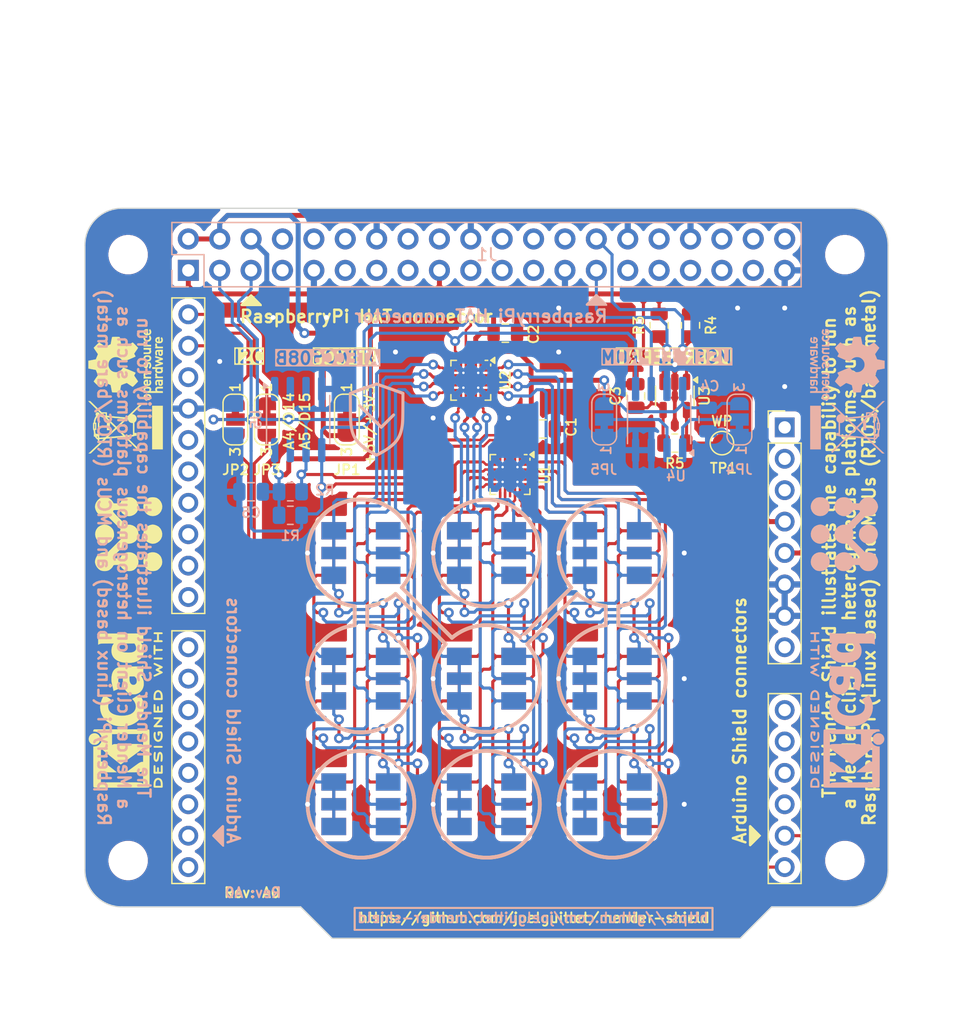
<source format=kicad_pcb>
(kicad_pcb (version 20240108) (generator "pcbnew") (generator_version "8.0")
  (layers (0 "F.Cu" signal) (31 "B.Cu" signal) (34 "B.Paste" user) (35 "F.Paste" user) (36 "B.SilkS" user "B.Silkscreen") (37 "F.SilkS" user "F.Silkscreen") (38 "B.Mask" user) (39 "F.Mask" user) (44 "Edge.Cuts" user))
  (net 0 "")
  (net 25 "/SDA")
  (net 26 "/SCL")
  (net 27 "/SDA0")
  (net 28 "/SDA1")
  (net 29 "GND")
  (net 30 "/SCL0")
  (net 31 "/SCL1")
  (net 32 "VCC")
  (net 33 "+3V3")
  (net 34 "+5V")
  (net 58 "/A4")
  (net 59 "/A2")
  (net 60 "/A3")
  (net 61 "/A1")
  (net 62 "/B1")
  (net 63 "/B4")
  (net 64 "/B2")
  (net 65 "/B3")
  (net 66 "/C1")
  (net 67 "/C4")
  (net 68 "/C2")
  (net 69 "/C3")
  (net 70 "/D2")
  (net 71 "/D4")
  (net 72 "/D1")
  (net 73 "/D3")
  (net 74 "/E1")
  (net 75 "/E4")
  (net 76 "/E3")
  (net 77 "/E2")
  (net 78 "/F1")
  (net 79 "/F3")
  (net 80 "/F4")
  (net 81 "/F2")
  (net 82 "/ID_SC")
  (net 83 "/ID_SD")
  (net 84 "Net-(U3-WP)")
  (net 89 "/AD0")
  (net 90 "/AD1")
  (footprint "LED_SMD:LED_Inolux_IN-P55TATRGB_PLCC6_5.0x5.5mm_P1.8mm" (layer "F.Cu") (at 115.57 93.98 180)
    (property "Reference" "D1" (hide yes))
    (property "Value" "Inolux_IN-P55TATRGB")
  )
  (footprint "Capacitor_SMD:C_0805_2012Metric" (layer "F.Cu") (at 127.254 76.2)
    (property "Reference" "C2")
    (property "Value" "10µF")
  )
  (footprint "MountingHole:MountingHole_2.7mm_M2.5_DIN965" (layer "F.Cu") (at 96.73 69.85 180)
    (property "Reference" "H1")
    (property "Value" "MountingHole")
  )
  (footprint "MountingHole:MountingHole_2.7mm_M2.5_DIN965" (layer "F.Cu") (at 96.73 118.85)
    (property "Reference" "H4")
    (property "Value" "MountingHole")
  )
  (footprint "Symbol:WEEE-Logo_4.2x6mm_SilkScreen" (layer "F.Cu") (at 96.52 83.82 90)
    (property "Reference" "REF**" (hide yes))
    (property "Value" "WEEE-Logo_4.2x6mm_SilkScreen" (hide yes))
  )
  (footprint "LED_SMD:LED_Inolux_IN-P55TATRGB_PLCC6_5.0x5.5mm_P1.8mm" (layer "F.Cu") (at 135.89 104.14 180)
    (property "Reference" "D8" (hide yes))
    (property "Value" "Inolux_IN-P55TATRGB" (hide yes))
  )
  (footprint "Capacitor_SMD:C_0805_2012Metric" (layer "F.Cu") (at 137.795 81.28 -90)
    (property "Reference" "C3")
    (property "Value" "100nF")
  )
  (footprint "LED_SMD:LED_Inolux_IN-P55TATRGB_PLCC6_5.0x5.5mm_P1.8mm" (layer "F.Cu") (at 135.89 114.3 180)
    (property "Reference" "D9" (hide yes))
    (property "Value" "Inolux_IN-P55TATRGB")
  )
  (footprint "Resistor_SMD:R_0805_2012Metric" (layer "F.Cu") (at 142.24 75.565 90)
    (property "Reference" "R4")
    (property "Value" "3.3k")
  )
  (footprint "TestPoint:TestPoint_Pad_D1.5mm" (layer "F.Cu") (at 144.78 85.09 -90)
    (property "Reference" "TP1")
    (property "Value" "ID_WP")
  )
  (footprint "Package_DFN_QFN:UQFN-20-1EP_3x3mm_P0.4mm_EP1.7x1.7mm_ThermalVias" (layer "F.Cu") (at 127.635 87.63 -90)
    (property "Reference" "U1")
    (property "Value" "KTD2061")
  )
  (footprint "Project:Mender-Logo_12x12mm_Silkscreen" (layer "F.Cu") (at 96.774 92.456 90)
    (property "Reference" "G***" (hide yes))
    (property "Value" "LOGO" (hide yes))
  )
  (footprint "LED_SMD:LED_Inolux_IN-P55TATRGB_PLCC6_5.0x5.5mm_P1.8mm" (layer "F.Cu") (at 115.57 104.14 180)
    (property "Reference" "D2" (hide yes))
    (property "Value" "Inolux_IN-P55TATRGB")
  )
  (footprint "LED_SMD:LED_Inolux_IN-P55TATRGB_PLCC6_5.0x5.5mm_P1.8mm" (layer "F.Cu") (at 135.89 93.98 180)
    (property "Reference" "D7" (hide yes))
    (property "Value" "Inolux_IN-P55TATRGB" (hide yes))
  )
  (footprint "Resistor_SMD:R_0805_2012Metric" (layer "F.Cu") (at 139.7 75.565 90)
    (property "Reference" "R3")
    (property "Value" "3.3k")
  )
  (footprint "MountingHole:MountingHole_2.7mm_M2.5_DIN965" (layer "F.Cu") (at 154.73 118.85)
    (property "Reference" "H3")
    (property "Value" "MountingHole")
  )
  (footprint "Module:Arduino_UNO_R3" (layer "F.Cu") (at 149.86 83.82 -90)
    (property "Reference" "A1")
    (property "Value" "Arduino_UNO_R3")
  )
  (footprint "Package_DFN_QFN:UQFN-20-1EP_3x3mm_P0.4mm_EP1.7x1.7mm_ThermalVias" (layer "F.Cu") (at 124.46 80.01 -90)
    (property "Reference" "U2")
    (property "Value" "KTD2058")
  )
  (footprint "Symbol:OSHW-Logo_5.7x6mm_SilkScreen" (layer "F.Cu") (at 96.523126 78.750728 90)
    (property "Reference" "REF**" (hide yes))
    (property "Value" "OSHW-Logo_5.7x6mm_SilkScreen" (hide yes))
  )
  (footprint "Symbol:KiCad-Logo2_5mm_SilkScreen" (layer "F.Cu") (at 96.52 106.68 90)
    (property "Reference" "REF**" (hide yes))
    (property "Value" "KiCad-Logo2_5mm_SilkScreen" (hide yes))
  )
  (footprint "LED_SMD:LED_Inolux_IN-P55TATRGB_PLCC6_5.0x5.5mm_P1.8mm" (layer "F.Cu") (at 125.73 114.3 180)
    (property "Reference" "D6" (hide yes))
    (property "Value" "Inolux_IN-P55TATRGB" (hide yes))
  )
  (footprint "Jumper:SolderJumper-3_P1.3mm_Bridged12_RoundedPad1.0x1.5mm_NumberLabels" (layer "F.Cu") (at 114.427 83.185 -90)
    (property "Reference" "JP1")
    (property "Value" "SolderJumper_3_Bridged12")
  )
  (footprint "Capacitor_SMD:C_0805_2012Metric" (layer "F.Cu") (at 130.302 83.947)
    (property "Reference" "C1")
    (property "Value" "10µF")
  )
  (footprint "LED_SMD:LED_Inolux_IN-P55TATRGB_PLCC6_5.0x5.5mm_P1.8mm" (layer "F.Cu") (at 125.73 104.14 180)
    (property "Reference" "D5" (hide yes))
    (property "Value" "Inolux_IN-P55TATRGB" (hide yes))
  )
  (footprint "MountingHole:MountingHole_2.7mm_M2.5_DIN965" (layer "F.Cu") (at 154.73 69.85 180)
    (property "Reference" "H2")
    (property "Value" "MountingHole")
  )
  (footprint "Package_TO_SOT_SMD:SOT-23-5" (layer "F.Cu") (at 140.97 81.28 -90)
    (property "Reference" "U3")
    (property "Value" "AT24CS32-STUM")
  )
  (footprint "Jumper:SolderJumper-3_P1.3mm_Bridged12_RoundedPad1.0x1.5mm_NumberLabels" (layer "F.Cu") (at 105.41 83.185 -90)
    (property "Reference" "JP2")
    (property "Value" "SolderJumper_3_Bridged12")
  )
  (footprint "Resistor_SMD:R_0805_2012Metric" (layer "F.Cu") (at 140.97 85.09 180)
    (property "Reference" "R5")
    (property "Value" "3.3k")
  )
  (footprint "LED_SMD:LED_Inolux_IN-P55TATRGB_PLCC6_5.0x5.5mm_P1.8mm" (layer "F.Cu") (at 115.57 114.3 180)
    (property "Reference" "D3" (hide yes))
    (property "Value" "Inolux_IN-P55TATRGB")
  )
  (footprint "LED_SMD:LED_Inolux_IN-P55TATRGB_PLCC6_5.0x5.5mm_P1.8mm" (layer "F.Cu") (at 125.73 93.98 180)
    (property "Reference" "D4" (hide yes))
    (property "Value" "Inolux_IN-P55TATRGB" (hide yes))
  )
  (footprint "Jumper:SolderJumper-3_P1.3mm_Bridged12_RoundedPad1.0x1.5mm_NumberLabels" (layer "F.Cu") (at 107.95 83.185 -90)
    (property "Reference" "JP3")
    (property "Value" "SolderJumper_3_Bridged12")
  )
  (footprint "Jumper:SolderJumper-3_P1.3mm_Bridged12_RoundedPad1.0x1.5mm_NumberLabels" (layer "B.Cu") (at 135.255 83.185 90)
    (property "Reference" "JP5")
    (property "Value" "SolderJumper_3_Bridged12")
  )
  (footprint "Resistor_SMD:R_0805_2012Metric" (layer "B.Cu") (at 109.855 89.027)
    (property "Reference" "R2")
    (property "Value" "3.3k")
  )
  (footprint "LED_SMD:LED_Inolux_IN-P55TATRGB_PLCC6_5.0x5.5mm_P1.8mm" (layer "B.Cu") (at 125.73 104.14 180)
    (property "Reference" "D14" (hide yes))
    (property "Value" "Inolux_IN-P55TATRGB" (hide yes))
  )
  (footprint "Symbol:KiCad-Logo2_5mm_SilkScreen" (layer "B.Cu") (at 154.94 106.68 90)
    (property "Reference" "REF**" (hide yes))
    (property "Value" "KiCad-Logo2_5mm_SilkScreen" (hide yes))
  )
  (footprint "Capacitor_SMD:C_0805_2012Metric" (layer "B.Cu") (at 143.66 83.185 90)
    (property "Reference" "C4")
    (property "Value" "100nF")
  )
  (footprint "Resistor_SMD:R_0805_2012Metric" (layer "B.Cu") (at 109.855 90.932)
    (property "Reference" "R1")
    (property "Value" "3.3k")
  )
  (footprint "LED_SMD:LED_Inolux_IN-P55TATRGB_PLCC6_5.0x5.5mm_P1.8mm" (layer "B.Cu") (at 135.89 104.14 180)
    (property "Reference" "D17" (hide yes))
    (property "Value" "Inolux_IN-P55TATRGB")
  )
  (footprint "LED_SMD:LED_Inolux_IN-P55TATRGB_PLCC6_5.0x5.5mm_P1.8mm" (layer "B.Cu") (at 115.57 93.98 180)
    (property "Reference" "D10" (hide yes))
    (property "Value" "Inolux_IN-P55TATRGB")
  )
  (footprint "LED_SMD:LED_Inolux_IN-P55TATRGB_PLCC6_5.0x5.5mm_P1.8mm" (layer "B.Cu") (at 125.73 114.3 180)
    (property "Reference" "D15" (hide yes))
    (property "Value" "Inolux_IN-P55TATRGB" (hide yes))
  )
  (footprint "Project:Trust-Logo_6x6mm_SilkScreen" (layer "B.Cu") (at 116.84 83.185 180)
    (property "Reference" "ATECC608B")
    (property "Value" "LOGO" (hide yes))
  )
  (footprint "Project:Mender-Logo_12x12mm_Silkscreen" (layer "B.Cu") (at 154.686 92.456 90)
    (property "Reference" "G***" (hide yes))
    (property "Value" "LOGO" (hide yes))
  )
  (footprint "LED_SMD:LED_Inolux_IN-P55TATRGB_PLCC6_5.0x5.5mm_P1.8mm" (layer "B.Cu") (at 135.89 93.98 180)
    (property "Reference" "D16" (hide yes))
    (property "Value" "Inolux_IN-P55TATRGB")
  )
  (footprint "Jumper:SolderJumper-3_P1.3mm_Bridged12_RoundedPad1.0x1.5mm_NumberLabels" (layer "B.Cu") (at 146.2 83.185 90)
    (property "Reference" "JP4")
    (property "Value" "SolderJumper_3_Bridged12")
  )
  (footprint "Symbol:WEEE-Logo_4.2x6mm_SilkScreen" (layer "B.Cu") (at 154.94 83.82 90)
    (property "Reference" "REF**" (hide yes))
    (property "Value" "WEEE-Logo_4.2x6mm_SilkScreen" (hide yes))
  )
  (footprint "Symbol:OSHW-Logo_5.7x6mm_SilkScreen" (layer "B.Cu") (at 154.936874 78.750728 90)
    (property "Reference" "REF**" (hide yes))
    (property "Value" "OSHW-Logo_5.7x6mm_SilkScreen" (hide yes))
  )
  (footprint "LED_SMD:LED_Inolux_IN-P55TATRGB_PLCC6_5.0x5.5mm_P1.8mm" (layer "B.Cu") (at 125.73 93.98 180)
    (property "Reference" "D13" (hide yes))
    (property "Value" "Inolux_IN-P55TATRGB" (hide yes))
  )
  (footprint "LED_SMD:LED_Inolux_IN-P55TATRGB_PLCC6_5.0x5.5mm_P1.8mm" (layer "B.Cu") (at 135.89 114.3 180)
    (property "Reference" "D18" (hide yes))
    (property "Value" "Inolux_IN-P55TATRGB")
  )
  (footprint "Connector_PinSocket_2.54mm:PinSocket_2x20_P2.54mm_Vertical" (layer "B.Cu") (at 101.6 71.12 -90)
    (property "Reference" "J1")
    (property "Value" "Raspberry_Pi_2_3")
  )
  (footprint "Package_SO:SOIC-8_3.9x4.9mm_P1.27mm" (layer "B.Cu") (at 110.49 83.185 -90)
    (property "Reference" "U5")
    (property "Value" "ATECC608B-SSHDA")
  )
  (footprint "Package_SO:SOIC-8_3.9x4.9mm_P1.27mm" (layer "B.Cu") (at 139.7 83.185 90)
    (property "Reference" "U4")
    (property "Value" "24FC512")
  )
  (footprint "LED_SMD:LED_Inolux_IN-P55TATRGB_PLCC6_5.0x5.5mm_P1.8mm" (layer "B.Cu") (at 115.57 114.3 180)
    (property "Reference" "D12" (hide yes))
    (property "Value" "Inolux_IN-P55TATRGB")
  )
  (footprint "LED_SMD:LED_Inolux_IN-P55TATRGB_PLCC6_5.0x5.5mm_P1.8mm" (layer "B.Cu") (at 115.57 104.14 180)
    (property "Reference" "D11" (hide yes))
    (property "Value" "Inolux_IN-P55TATRGB")
  )
  (footprint "Capacitor_SMD:C_0805_2012Metric" (layer "B.Cu") (at 106.68 89.027)
    (property "Reference" "C5")
    (property "Value" "100nF")
  )
  (gr_circle (center 125.73 93.98) (end 130.048 93.98) (stroke (width 0.3)) (fill none) (layer "B.SilkS"))
  (gr_line (start 144.018 122.682) (end 115.062 122.682) (stroke (width 0.15)) (layer "B.SilkS"))
  (gr_arc (start 129.032 101.346) (mid 125.73 108.465462) (end 122.428 101.346) (stroke (width 0.3)) (layer "B.SilkS"))
  (gr_arc (start 132.588 96.774) (mid 137.477175 89.956256) (end 136.395393 98.275837) (stroke (width 0.3)) (layer "B.SilkS"))
  (gr_circle (center 115.57 114.3) (end 119.888 114.3) (stroke (width 0.3)) (fill none) (layer "B.SilkS"))
  (gr_line (start 115.062 124.46) (end 144.018 124.46) (stroke (width 0.15)) (layer "B.SilkS"))
  (gr_line (start 133.096 97.282) (end 129.032 101.346) (stroke (width 0.3)) (layer "B.SilkS"))
  (gr_arc (start 115.064607 98.275837) (mid 113.982823 89.956255) (end 118.872 96.774) (stroke (width 0.3)) (layer "B.SilkS"))
  (gr_arc (start 136.398 99.822001) (mid 135.89 108.487777) (end 135.382 99.822001) (stroke (width 0.3)) (layer "B.SilkS"))
  (gr_line (start 122.936 100.838) (end 118.872 96.774) (stroke (width 0.3)) (layer "B.SilkS"))
  (gr_poly (pts (xy 134.62 73.128) (xy 135.382 73.89) (xy 133.858 73.89)) (stroke (width 0.2)) (fill solid) (layer "B.SilkS"))
  (gr_line (start 144.018 124.46) (end 144.018 122.682) (stroke (width 0.15)) (layer "B.SilkS"))
  (gr_circle (center 135.89 114.3) (end 135.89 109.982) (stroke (width 0.3)) (fill none) (layer "B.SilkS"))
  (gr_poly (pts (xy 103.632 116.84) (xy 104.394 116.078) (xy 104.394 117.602)) (stroke (width 0.2)) (fill solid) (layer "B.SilkS"))
  (gr_line (start 135.382 98.298) (end 135.382 99.822) (stroke (width 0.3)) (layer "B.SilkS"))
  (gr_line (start 116.078 98.298) (end 116.078 99.822) (stroke (width 0.3)) (layer "B.SilkS"))
  (gr_arc (start 135.382 98.297999) (mid 134.158199 97.967988) (end 133.081586 97.299035) (stroke (width 0.3)) (layer "B.SilkS"))
  (gr_line (start 115.062 99.822) (end 115.062 98.298) (stroke (width 0.3)) (layer "B.SilkS"))
  (gr_arc (start 116.078 99.822001) (mid 115.57 108.487777) (end 115.062 99.822001) (stroke (width 0.3)) (layer "B.SilkS"))
  (gr_arc (start 122.936 100.838) (mid 125.73 99.814536) (end 128.524 100.838) (stroke (width 0.3)) (layer "B.SilkS"))
  (gr_line (start 136.398 99.822) (end 136.398 98.298) (stroke (width 0.3)) (layer "B.SilkS"))
  (gr_line (start 115.062 122.682) (end 115.062 124.46) (stroke (width 0.15)) (layer "B.SilkS"))
  (gr_arc (start 118.378414 97.299035) (mid 117.3018 97.967988) (end 116.078 98.297999) (stroke (width 0.3)) (layer "B.SilkS"))
  (gr_line (start 118.364 97.282) (end 122.428 101.346) (stroke (width 0.3)) (layer "B.SilkS"))
  (gr_line (start 128.524 100.838) (end 132.588 96.774) (stroke (width 0.3)) (layer "B.SilkS"))
  (gr_circle (center 125.73 114.3) (end 125.73 109.982) (stroke (width 0.3)) (fill none) (layer "B.SilkS"))
  (gr_line (start 129.032 101.346) (end 133.096 97.282) (stroke (width 0.3)) (layer "F.SilkS"))
  (gr_line (start 135.384607 98.275837) (end 135.382 99.822) (stroke (width 0.3)) (layer "F.SilkS"))
  (gr_line (start 122.936 100.838) (end 118.872 96.774) (stroke (width 0.3)) (layer "F.SilkS"))
  (gr_arc (start 135.384607 98.275837) (mid 134.167088 97.94752) (end 133.096 97.282) (stroke (width 0.3)) (layer "F.SilkS"))
  (gr_circle (center 125.73 114.3) (end 130.048 114.3) (stroke (width 0.3)) (fill none) (layer "F.SilkS"))
  (gr_line (start 144.018 124.46) (end 144.018 122.682) (stroke (width 0.15)) (layer "F.SilkS"))
  (gr_arc (start 115.062 98.297999) (mid 113.974633 89.935499) (end 118.889034 96.788414) (stroke (width 0.3)) (layer "F.SilkS"))
  (gr_line (start 122.428 101.346) (end 118.364 97.282) (stroke (width 0.3)) (layer "F.SilkS"))
  (gr_circle (center 125.73 93.98) (end 130.048 93.98) (stroke (width 0.3)) (fill none) (layer "F.SilkS"))
  (gr_arc (start 136.398 99.822001) (mid 135.89 108.487779) (end 135.382 99.822001) (stroke (width 0.3)) (layer "F.SilkS"))
  (gr_circle (center 135.89 114.3) (end 140.208 114.3) (stroke (width 0.3)) (fill none) (layer "F.SilkS"))
  (gr_line (start 116.078 98.298) (end 116.078 99.822) (stroke (width 0.3)) (layer "F.SilkS"))
  (gr_arc (start 116.078 99.822001) (mid 115.57 108.487779) (end 115.062 99.822001) (stroke (width 0.3)) (layer "F.SilkS"))
  (gr_line (start 115.062 98.298) (end 115.062 99.822) (stroke (width 0.3)) (layer "F.SilkS"))
  (gr_arc (start 118.363999 97.281999) (mid 117.292912 97.947519) (end 116.075393 98.275837) (stroke (width 0.3)) (layer "F.SilkS"))
  (gr_poly (pts (xy 147.828 116.84) (xy 147.066 116.078) (xy 147.066 117.602)) (stroke (width 0.2)) (fill solid) (layer "F.SilkS"))
  (gr_arc (start 132.588 96.774) (mid 137.477177 89.956257) (end 136.395393 98.275837) (stroke (width 0.3)) (layer "F.SilkS"))
  (gr_arc (start 129.032 101.346) (mid 125.73 108.465464) (end 122.428 101.346) (stroke (width 0.3)) (layer "F.SilkS"))
  (gr_circle (center 115.57 114.3) (end 119.888 114.3) (stroke (width 0.3)) (fill none) (layer "F.SilkS"))
  (gr_arc (start 122.936 100.838) (mid 125.73 99.814537) (end 128.523999 100.838001) (stroke (width 0.3)) (layer "F.SilkS"))
  (gr_line (start 115.062 124.46) (end 144.018 124.46) (stroke (width 0.15)) (layer "F.SilkS"))
  (gr_line (start 136.398 99.822) (end 136.398 98.298) (stroke (width 0.3)) (layer "F.SilkS"))
  (gr_line (start 144.018 122.682) (end 115.062 122.682) (stroke (width 0.15)) (layer "F.SilkS"))
  (gr_line (start 128.524 100.838) (end 132.588 96.774) (stroke (width 0.3)) (layer "F.SilkS"))
  (gr_poly (pts (xy 106.68 73.152) (xy 105.918 73.914) (xy 107.442 73.914)) (stroke (width 0.2)) (fill solid) (layer "F.SilkS"))
  (gr_line (start 115.062 122.682) (end 115.062 124.46) (stroke (width 0.15)) (layer "F.SilkS"))
  (gr_line (start 113.24 125.14) (end 146.26 125.14) (stroke (width 0.1)) (layer "Edge.Cuts"))
  (gr_line (start 96.23 122.6) (end 110.7 122.6) (stroke (width 0.1)) (layer "Edge.Cuts"))
  (gr_arc (start 96.23 122.6) (mid 94.108679 121.721321) (end 93.23 119.6) (stroke (width 0.1)) (layer "Edge.Cuts"))
  (gr_line (start 96.23 66.1) (end 155.23 66.1) (stroke (width 0.1)) (layer "Edge.Cuts"))
  (gr_line (start 148.8 122.6) (end 155.23 122.6) (stroke (width 0.1)) (layer "Edge.Cuts"))
  (gr_arc (start 93.23 69.1) (mid 94.108679 66.978679) (end 96.23 66.1) (stroke (width 0.1)) (layer "Edge.Cuts"))
  (gr_arc (start 158.23 119.6) (mid 157.351321 121.721321) (end 155.23 122.6) (stroke (width 0.1)) (layer "Edge.Cuts"))
  (gr_line (start 146.26 125.14) (end 148.8 122.6) (stroke (width 0.1)) (layer "Edge.Cuts"))
  (gr_line (start 158.23 69.1) (end 158.23 119.6) (stroke (width 0.1)) (layer "Edge.Cuts"))
  (gr_line (start 93.23 69.1) (end 93.23 119.6) (stroke (width 0.1)) (layer "Edge.Cuts"))
  (gr_arc (start 155.23 66.1) (mid 157.35132 66.978679) (end 158.23 69.1) (stroke (width 0.1)) (layer "Edge.Cuts"))
  (gr_line (start 110.7 122.6) (end 113.24 125.14) (stroke (width 0.1)) (layer "Edge.Cuts"))
  (gr_text "https://github.com/joelguittet/mender-shield" (at 143.764 123.952 -0) (layer "B.SilkS") (effects (font (size 0.8 0.8)) (justify left bottom mirror)))
  (gr_text "Arduino Shield connectors" (at 104.648 117.601998 -90) (layer "B.SilkS") (effects (font (size 1 1) (thickness 0.2) (bold yes)) (justify left bottom mirror)))
  (gr_text "The Mender Shield illustrates the capability to run\na Mender client on heterogeneous platforms such as\nRaspberryPi (Linux based) and MCUs (RTOS/bare metal)" (at 94.19 94.35 270) (layer "B.SilkS") (effects (font (size 1 1) (thickness 0.2) (bold yes)) (justify bottom mirror)))
  (gr_text "USER EEPROM" (at 145.796 78.74 0) (layer "B.SilkS" knockout) (effects (font (size 1 1) (thickness 0.2) (bold yes)) (justify left bottom mirror)))
  (gr_text "Rev: A0" (at 109.22 121.92 -0) (layer "B.SilkS") (effects (font (size 0.8 0.8) (thickness 0.16) (bold yes)) (justify left bottom mirror)))
  (gr_text "RaspberryPi HAT connector" (at 135.636 75.414 0) (layer "B.SilkS") (effects (font (size 1 1) (thickness 0.2) (bold yes)) (justify left bottom mirror)))
  (gr_text "HAT EEPROM" (at 136.022 78.686 0) (layer "F.SilkS" knockout) (effects (font (size 1 1) (thickness 0.2) (bold yes)) (justify left bottom)))
  (gr_text "https://github.com/joelguittet/mender-shield" (at 115.316 123.952 0) (layer "F.SilkS") (effects (font (size 0.8 0.8)) (justify left bottom)))
  (gr_text "The Mender Shield illustrates the capability to run\na Mender client on heterogeneous platforms such as\nRaspberryPi (Linux based) and MCUs (RTOS/bare metal)" (at 157.27 94.35 90) (layer "F.SilkS") (effects (font (size 1 1) (thickness 0.2) (bold yes)) (justify bottom)))
  (gr_text "I2C" (at 105.156 78.686 -0) (layer "F.SilkS" knockout) (effects (font (size 1 1) (thickness 0.2) (bold yes)) (justify left bottom)))
  (gr_text "+5V/+3V3" (at 116.730124 83.64238 90) (layer "F.SilkS") (effects (font (size 0.8 0.8) (thickness 0.15) (bold yes)) (justify bottom)))
  (gr_text "A4/D14\nA5/D15" (at 111.506 83.312 90) (layer "F.SilkS") (effects (font (size 0.8 0.8)) (justify bottom)))
  (gr_text "WP" (at 144.78 83.312 0) (layer "F.SilkS") (effects (font (size 0.8 0.8) (thickness 0.15) (bold yes))))
  (gr_text "RaspberryPi HAT connector" (at 105.664 75.438 -0) (layer "F.SilkS") (effects (font (size 1 1) (thickness 0.2) (bold yes)) (justify left bottom)))
  (gr_text "Arduino Shield connectors" (at 146.812 117.602 90) (layer "F.SilkS") (effects (font (size 1 1) (thickness 0.2) (bold yes)) (justify left bottom)))
  (gr_text "POWER" (at 111.506 78.686 0) (layer "F.SilkS" knockout) (effects (font (size 1 1) (thickness 0.2) (bold yes)) (justify left bottom)))
  (gr_text "Rev: A0" (at 104.394 121.92 0) (layer "F.SilkS") (effects (font (size 0.8 0.8) (thickness 0.16) (bold yes)) (justify left bottom)))
  (segment (start 123.19 76.835) (end 123.19 77.216) (width 0.2) (layer "F.Cu") (net 25))
  (segment (start 126.835 85.236686) (end 126.835 86.18) (width 0.2) (layer "F.Cu") (net 25))
  (segment (start 124.968 85.344) (end 125.495 85.344) (width 0.2) (layer "F.Cu") (net 25))
  (segment (start 122.428 85.852) (end 122.428 87.884) (width 0.25) (layer "F.Cu") (net 25))
  (segment (start 125.984 84.855) (end 126.453314 84.855) (width 0.2) (layer "F.Cu") (net 25))
  (segment (start 123.66 78.56) (end 123.66 78.105) (width 0.2) (layer "F.Cu") (net 25))
  (segment (start 122.936 85.344) (end 122.428 85.852) (width 0.25) (layer "F.Cu") (net 25))
  (segment (start 125.495 85.344) (end 125.984 84.855) (width 0.2) (layer "F.Cu") (net 25))
  (segment (start 105.41 83.185) (end 103.632 83.185) (width 0.25) (layer "F.Cu") (net 25))
  (segment (start 123.19 77.635) (end 123.66 78.105) (width 0.2) (layer "F.Cu") (net 25))
  (segment (start 124.968 85.344) (end 122.936 85.344) (width 0.25) (layer "F.Cu") (net 25))
  (segment (start 122.428 87.884) (end 121.92 88.392) (width 0.25) (layer "F.Cu") (net 25))
  (segment (start 126.453314 84.855) (end 126.835 85.236686) (width 0.2) (layer "F.Cu") (net 25))
  (segment (start 121.92 88.392) (end 113.538 88.392) (width 0.25) (layer "F.Cu") (net 25))
  (segment (start 123.19 76.835) (end 123.19 77.635) (width 0.2) (layer "F.Cu") (net 25))
  (segment (start 113.538 88.392) (end 113.284 88.646) (width 0.25) (layer "F.Cu") (net 25))
  (segment (start 113.284 88.646) (end 112.395 88.646) (width 0.25) (layer "F.Cu") (net 25))
  (via (at 112.395 88.646) (size 0.8) (drill 0.4) (layers "F.Cu" "B.Cu") (net 25))
  (via (at 123.19 76.835) (size 0.8) (drill 0.4) (layers "F.Cu" "B.Cu") (net 25))
  (via (at 103.632 83.185) (size 0.8) (drill 0.4) (layers "F.Cu" "B.Cu") (net 25))
  (segment (start 116.84 76.2) (end 116.332 76.708) (width 0.25) (layer "B.Cu") (net 25))
  (segment (start 106.299 83.185) (end 105.537 83.185) (width 0.25) (layer "B.Cu") (net 25))
  (segment (start 106.68 85.725) (end 106.68 91.948) (width 0.25) (layer "B.Cu") (net 25))
  (segment (start 112.014 90.81675) (end 110.88275 90.81675) (width 0.25) (layer "B.Cu") (net 25))
  (segment (start 106.68 82.804) (end 106.68 82.042) (width 0.25) (layer "B.Cu") (net 25))
  (segment (start 116.332 83.312) (end 115.824 83.82) (width 0.25) (layer "B.Cu") (net 25))
  (segment (start 137.795 76.835) (end 137.16 76.2) (width 0.25) (layer "B.Cu") (net 25))
  (segment (start 105.156 75.312396) (end 105.156 73.66) (width 0.25) (layer "B.Cu") (net 25))
  (segment (start 106.68 85.725) (end 106.68 83.566) (width 0.25) (layer "B.Cu") (net 25))
  (segment (start 112.395 84.074) (end 112.395 85.66) (width 0.25) (layer "B.Cu") (net 25))
  (segment (start 110.49 92.202) (end 110.7675 91.9245) (width 0.25) (layer "B.Cu") (net 25))
  (segment (start 122.555 76.2) (end 116.84 76.2) (width 0.25) (layer "B.Cu") (net 25))
  (segment (start 110.88275 90.81675) (end 110.7675 90.932) (width 0.25) (layer "B.Cu") (net 25))
  (segment (start 123.19 76.835) (end 122.555 76.2) (width 0.25) (layer "B.Cu") (net 25))
  (segment (start 137.795 80.71) (end 137.795 76.835) (width 0.25) (layer "B.Cu") (net 25))
  (segment (start 106.68 76.836396) (end 105.156 75.312396) (width 0.25) (layer "B.Cu") (net 25))
  (segment (start 110.7675 91.9245) (end 110.7675 90.932) (width 0.25) (layer "B.Cu") (net 25))
  (segment (start 106.934 92.202) (end 110.49 92.202) (width 0.25) (layer "B.Cu") (net 25))
  (segment (start 116.332 76.708) (end 116.332 83.312) (width 0.25) (layer "B.Cu") (net 25))
  (segment (start 112.395 88.646) (end 112.395 90.43575) (width 0.25) (layer "B.Cu") (net 25))
  (segment (start 112.395 90.43575) (end 112.014 90.81675) (width 0.25) (layer "B.Cu") (net 25))
  (segment (start 112.649 83.82) (end 112.395 84.074) (width 0.25) (layer "B.Cu") (net 25))
  (segment (start 112.395 88.646) (end 112.395 85.66) (width 0.25) (layer "B.Cu") (net 25))
  (segment (start 105.156 73.66) (end 104.14 72.644) (width 0.25) (layer "B.Cu") (net 25))
  (segment (start 106.68 91.948) (end 106.934 92.202) (width 0.25) (layer "B.Cu") (net 25))
  (segment (start 105.537 83.185) (end 103.632 83.185) (width 0.25) (layer "B.Cu") (net 25))
  (segment (start 106.68 82.804) (end 106.299 83.185) (width 0.25) (layer "B.Cu") (net 25))
  (segment (start 137.16 76.2) (end 123.825 76.2) (width 0.25) (layer "B.Cu") (net 25))
  (segment (start 115.824 83.82) (end 112.649 83.82) (width 0.25) (layer "B.Cu") (net 25))
  (segment (start 123.825 76.2) (end 123.19 76.835) (width 0.25) (layer "B.Cu") (net 25))
  (segment (start 106.299 83.185) (end 106.68 83.566) (width 0.25) (layer "B.Cu") (net 25))
  (segment (start 106.68 82.042) (end 106.68 76.836396) (width 0.25) (layer "B.Cu") (net 25))
  (segment (start 104.14 72.644) (end 104.14 71.12) (width 0.25) (layer "B.Cu") (net 25))
  (segment (start 124.46 84.836) (end 125.222 84.836) (width 0.2) (layer "F.Cu") (net 26))
  (segment (start 127.235 85.071) (end 127.235 86.18) (width 0.2) (layer "F.Cu") (net 26))
  (segment (start 113.284 87.63) (end 113.538 87.884) (width 0.25) (layer "F.Cu") (net 26))
  (segment (start 121.92 87.63) (end 121.92 85.344) (width 0.25) (layer "F.Cu") (net 26))
  (segment (start 110.744 87.63) (end 113.284 87.63) (width 0.25) (layer "F.Cu") (net 26))
  (segment (start 121.92 85.344) (end 122.428 84.836) (width 0.25) (layer "F.Cu") (net 26))
  (segment (start 113.538 87.884) (end 121.666 87.884) (width 0.25) (layer "F.Cu") (net 26))
  (segment (start 122.428 84.836) (end 124.46 84.836) (width 0.25) (layer "F.Cu") (net 26))
  (segment (start 125.603 84.455) (end 126.619 84.455) (width 0.2) (layer "F.Cu") (net 26))
  (segment (start 124.06 78.56) (end 124.06 75.965) (width 0.2) (layer "F.Cu") (net 26))
  (segment (start 121.666 87.884) (end 121.92 87.63) (width 0.25) (layer "F.Cu") (net 26))
  (segment (start 126.619 84.455) (end 127.235 85.071) (width 0.2) (layer "F.Cu") (net 26))
  (segment (start 124.46 75.565) (end 124.46 74.93) (width 0.2) (layer "F.Cu") (net 26))
  (segment (start 125.222 84.836) (end 125.603 84.455) (width 0.2) (layer "F.Cu") (net 26))
  (segment (start 107.95 83.185) (end 109.728 83.185) (width 0.25) (layer "F.Cu") (net 26))
  (segment (start 124.06 75.965) (end 124.46 75.565) (width 0.2) (layer "F.Cu") (net 26))
  (via (at 110.744 87.63) (size 0.8) (drill 0.4) (layers "F.Cu" "B.Cu") (net 26))
  (via (at 124.46 74.93) (size 0.8) (drill 0.4) (layers "F.Cu" "B.Cu") (net 26))
  (via (at 109.728 83.185) (size 0.8) (drill 0.4) (layers "F.Cu" "B.Cu") (net 26))
  (segment (start 138.43 75.565) (end 126.365 75.565) (width 0.25) (layer "B.Cu") (net 26))
  (segment (start 139.065 76.2) (end 138.43 75.565) (width 0.25) (layer "B.Cu") (net 26))
  (segment (start 107.188 76.708) (end 105.664 75.184) (width 0.25) (layer "B.Cu") (net 26))
  (segment (start 115.443 83.185) (end 111.379 83.185) (width 0.25) (layer "B.Cu") (net 26))
  (segment (start 106.68 72.644) (end 106.68 71.12) (width 0.25) (layer "B.Cu") (net 26))
  (segment (start 115.824 76.073) (end 115.824 82.804) (width 0.25) (layer "B.Cu") (net 26))
  (segment (start 124.46 74.93) (end 123.825 75.565) (width 0.25) (layer "B.Cu") (net 26))
  (segment (start 110.7675 87.6535) (end 110.744 87.63) (width 0.25) (layer "B.Cu") (net 26))
  (segment (start 109.728 83.185) (end 110.871 83.185) (width 0.25) (layer "B.Cu") (net 26))
  (segment (start 110.7675 89.027) (end 110.7675 87.6535) (width 0.25) (layer "B.Cu") (net 26))
  (segment (start 126.365 75.565) (end 125.73 75.565) (width 0.25) (layer "B.Cu") (net 26))
  (segment (start 105.664 73.66) (end 106.68 72.644) (width 0.25) (layer "B.Cu") (net 26))
  (segment (start 110.871 83.185) (end 111.125 83.439) (width 0.25) (layer "B.Cu") (net 26))
  (segment (start 111.125 87.249) (end 110.744 87.63) (width 0.25) (layer "B.Cu") (net 26))
  (segment (start 105.664 75.184) (end 105.664 73.66) (width 0.25) (layer "B.Cu") (net 26))
  (segment (start 125.095 75.565) (end 124.46 74.93) (width 0.25) (layer "B.Cu") (net 26))
  (segment (start 111.125 83.439) (end 111.125 83.82) (width 0.25) (layer "B.Cu") (net 26))
  (segment (start 111.379 83.185) (end 111.125 83.439) (width 0.25) (layer "B.Cu") (net 26))
  (segment (start 111.125 85.66) (end 111.125 87.249) (width 0.25) (layer "B.Cu") (net 26))
  (segment (start 116.332 75.565) (end 115.824 76.073) (width 0.25) (layer "B.Cu") (net 26))
  (segment (start 125.73 75.565) (end 125.095 75.565) (width 0.25) (layer "B.Cu") (net 26))
  (segment (start 139.065 80.71) (end 139.065 76.2) (width 0.25) (layer "B.Cu") (net 26))
  (segment (start 115.824 82.804) (end 115.443 83.185) (width 0.25) (layer "B.Cu") (net 26))
  (segment (start 107.569 83.185) (end 107.188 82.804) (width 0.25) (layer "B.Cu") (net 26))
  (segment (start 107.188 82.804) (end 107.188 76.708) (width 0.25) (layer "B.Cu") (net 26))
  (segment (start 126.365 75.565) (end 125.095 75.565) (width 0.25) (layer "B.Cu") (net 26))
  (segment (start 109.728 83.185) (end 107.569 83.185) (width 0.25) (layer "B.Cu") (net 26))
  (segment (start 111.125 85.66) (end 111.125 83.82) (width 0.25) (layer "B.Cu") (net 26))
  (segment (start 123.825 75.565) (end 116.332 75.565) (width 0.25) (layer "B.Cu") (net 26))
  (segment (start 106.484 86.799) (end 105.41 85.725) (width 0.25) (layer "F.Cu") (net 27))
  (segment (start 107.255604 120.338) (end 106.484 119.566396) (width 0.25) (layer "F.Cu") (net 27))
  (segment (start 151.5745 117.2845) (end 151.5745 120.5865) (width 0.25) (layer "F.Cu") (net 27))
  (segment (start 148.648 120.904) (end 148.082 120.338) (width 0.25) (layer "F.Cu") (net 27))
  (segment (start 151.257 120.904) (end 148.648 120.904) (width 0.25) (layer "F.Cu") (net 27))
  (segment (start 106.484 119.566396) (end 106.484 86.799) (width 0.25) (layer "F.Cu") (net 27))
  (segment (start 149.86 116.84) (end 151.13 116.84) (width 0.25) (layer "F.Cu") (net 27))
  (segment (start 151.5745 120.5865) (end 151.257 120.904) (width 0.25) (layer "F.Cu") (net 27))
  (segment (start 151.13 116.84) (end 151.5745 117.2845) (width 0.25) (layer "F.Cu") (net 27))
  (segment (start 148.082 120.338) (end 107.255604 120.338) (width 0.25) (layer "F.Cu") (net 27))
  (segment (start 105.41 85.725) (end 105.41 84.485) (width 0.25) (layer "F.Cu") (net 27))
  (segment (start 105.41 81.885) (end 105.41 80.645) (width 0.25) (layer "F.Cu") (net 28))
  (segment (start 106.426 79.629) (end 106.426 76.708) (width 0.25) (layer "F.Cu") (net 28))
  (segment (start 106.426 76.708) (end 105.918 76.2) (width 0.25) (layer "F.Cu") (net 28))
  (segment (start 105.41 80.645) (end 106.426 79.629) (width 0.25) (layer "F.Cu") (net 28))
  (segment (start 104.14 76.2) (end 103.12 77.22) (width 0.25) (layer "F.Cu") (net 28))
  (segment (start 105.918 76.2) (end 104.14 76.2) (width 0.25) (layer "F.Cu") (net 28))
  (segment (start 103.12 77.22) (end 101.6 77.22) (width 0.25) (layer "F.Cu") (net 28))
  (segment (start 126.185 87.63) (end 127.635 87.63) (width 0.2) (layer "F.Cu") (net 29))
  (segment (start 140.970534 80.141966) (end 140.97 80.1425) (width 0.25) (layer "F.Cu") (net 29))
  (segment (start 125.91 80.01) (end 124.46 80.01) (width 0.2) (layer "F.Cu") (net 29))
  (segment (start 123.01 80.01) (end 124.46 80.01) (width 0.2) (layer "F.Cu") (net 29))
  (segment (start 127.635 89.08) (end 127.635 87.63) (width 0.2) (layer "F.Cu") (net 29))
  (segment (start 124.46 81.46) (end 124.46 80.01) (width 0.2) (layer "F.Cu") (net 29))
  (segment (start 140.97 78.74) (end 140.97 80.1425) (width 0.25) (layer "F.Cu") (net 29))
  (segment (start 129.085 87.63) (end 127.635 87.63) (width 0.2) (layer "F.Cu") (net 29))
  (via (at 149.86 80.518) (size 0.8) (drill 0.4) (layers "F.Cu" "B.Cu") (net 29))
  (via (at 118.364 77.724) (size 0.8) (drill 0.4) (layers "F.Cu" "B.Cu") (net 29))
  (via (at 141.732 114.3) (size 0.8) (drill 0.4) (layers "F.Cu" "B.Cu") (net 29))
  (via (at 121.412 93.98) (size 0.8) (drill 0.4) (layers "F.Cu" "B.Cu") (net 29))
  (via (at 127.508 83.058) (size 0.8) (drill 0.4) (layers "F.Cu" "B.Cu") (net 29))
  (via (at 141.732 93.98) (size 0.8) (drill 0.4) (layers "F.Cu" "B.Cu") (net 29))
  (via (at 111.252 104.14) (size 0.8) (drill 0.4) (layers "F.Cu" "B.Cu") (net 29))
  (via (at 112.776 74.93) (size 0.8) (drill 0.4) (layers "F.Cu" "B.Cu") (net 29))
  (via (at 111.252 114.3) (size 0.8) (drill 0.4) (layers "F.Cu" "B.Cu") (net 29))
  (via (at 131.572 93.98) (size 0.8) (drill 0.4) (layers "F.Cu" "B.Cu") (net 29))
  (via (at 111.252 93.98) (size 0.8) (drill 0.4) (layers "F.Cu" "B.Cu") (net 29))
  (via (at 121.412 83.058) (size 0.8) (drill 0.4) (layers "F.Cu" "B.Cu") (net 29))
  (via (at 131.572 74.168) (size 0.8) (drill 0.4) (layers "F.Cu" "B.Cu") (net 29))
  (via (at 131.572 77.724) (size 0.8) (drill 0.4) (layers "F.Cu" "B.Cu") (net 29))
  (via (at 146.05 74.168) (size 0.8) (drill 0.4) (layers "F.Cu" "B.Cu") (net 29))
  (via (at 121.412 104.14) (size 0.8) (drill 0.4) (layers "F.Cu" "B.Cu") (net 29))
  (via (at 140.97 78.74) (size 0.8) (drill 0.4) (layers "F.Cu" "B.Cu") (net 29))
  (via (at 104.14 78.486) (size 0.8) (drill 0.4) (layers "F.Cu" "B.Cu") (net 29))
  (via (at 131.572 104.14) (size 0.8) (drill 0.4) (layers "F.Cu" "B.Cu") (net 29))
  (via (at 149.86 74.168) (size 0.8) (drill 0.4) (layers "F.Cu" "B.Cu") (net 29))
  (via (at 121.412 114.3) (size 0.8) (drill 0.4) (layers "F.Cu" "B.Cu") (net 29))
  (via (at 108.458 74.93) (size 0.8) (drill 0.4) (layers "F.Cu" "B.Cu") (net 29))
  (via (at 131.572 114.3) (size 0.8) (drill 0.4) (layers "F.Cu" "B.Cu") (net 29))
  (via (at 141.732 104.14) (size 0.8) (drill 0.4) (layers "F.Cu" "B.Cu") (net 29))
  (segment (start 107.95 69.85) (end 107.95 72.39) (width 0.4) (layer "B.Cu") (net 29))
  (segment (start 111.76 73.914) (end 112.776 74.93) (width 0.25) (layer "B.Cu") (net 29))
  (segment (start 106.68 68.58) (end 107.95 69.85) (width 0.4) (layer "B.Cu") (net 29))
  (segment (start 140.335 80.71) (end 140.335 78.867) (width 0.25) (layer "B.Cu") (net 29))
  (segment (start 111.76 71.12) (end 111.76 73.914) (width 0.25) (layer "B.Cu") (net 29))
  (segment (start 140.97 78.74) (end 140.462 78.74) (width 0.25) (layer "B.Cu") (net 29))
  (segment (start 140.462 78.74) (end 140.335 78.867) (width 0.25) (layer "B.Cu") (net 29))
  (segment (start 149.86 119.38) (end 148.59 119.38) (width 0.25) (layer "F.Cu") (net 30))
  (segment (start 148.082 119.888) (end 107.442 119.888) (width 0.25) (layer "F.Cu") (net 30))
  (segment (start 106.934 86.741) (end 107.95 85.725) (width 0.25) (layer "F.Cu") (net 30))
  (segment (start 148.59 119.38) (end 148.082 119.888) (width 0.25) (layer "F.Cu") (net 30))
  (segment (start 107.95 85.725) (end 107.95 84.485) (width 0.25) (layer "F.Cu") (net 30))
  (segment (start 107.442 119.888) (end 106.934 119.38) (width 0.25) (layer "F.Cu") (net 30))
  (segment (start 106.934 119.38) (end 106.934 86.741) (width 0.25) (layer "F.Cu") (net 30))
  (segment (start 104.14 75.565) (end 105.919396 75.565) (width 0.25) (layer "F.Cu") (net 31))
  (segment (start 106.934 79.629) (end 107.95 80.645) (width 0.25) (layer "F.Cu") (net 31))
  (segment (start 106.934 76.579604) (end 106.934 79.629) (width 0.25) (layer "F.Cu") (net 31))
  (segment (start 103.255 74.68) (end 104.14 75.565) (width 0.25) (layer "F.Cu") (net 31))
  (segment (start 101.6 74.68) (end 103.255 74.68) (width 0.25) (layer "F.Cu") (net 31))
  (segment (start 105.919396 75.565) (end 106.934 76.579604) (width 0.25) (layer "F.Cu") (net 31))
  (segment (start 107.95 80.645) (end 107.95 81.885) (width 0.25) (layer "F.Cu") (net 31))
  (segment (start 124.86 76.6) (end 124.86 77.451) (width 0.4) (layer "F.Cu") (net 32))
  (segment (start 127.762 85.09) (end 128.016 85.09) (width 0.2) (layer "F.Cu") (net 32))
  (segment (start 129.352 82.55) (end 129.352 83.947) (width 0.4) (layer "F.Cu") (net 32))
  (segment (start 129.352 83.947) (end 128.162 83.947) (width 0.4) (layer "F.Cu") (net 32))
  (segment (start 129.335 78.74) (end 129.335 78.994) (width 0.4) (layer "F.Cu") (net 32))
  (segment (start 115.824 86.36) (end 109.982 86.36) (width 0.4) (layer "F.Cu") (net 32))
  (segment (start 124.86 78.56) (end 124.86 77.705) (width 0.2) (layer "F.Cu") (net 32))
  (segment (start 125.26 78.56) (end 125.26 77.508) (width 0.2) (layer "F.Cu") (net 32))
  (segment (start 126.304 77.184) (end 126.795 77.675) (width 0.4) (layer "F.Cu") (net 32))
  (segment (start 129.335 79.805) (end 129.335 78.994) (width 0.4) (layer "F.Cu") (net 32))
  (segment (start 109.4505 87.6535) (end 108.9425 87.6535) (width 0.4) (layer "F.Cu") (net 32))
  (segment (start 127.635 85.217) (end 127.762 85.09) (width 0.2) (layer "F.Cu") (net 32))
  (segment (start 128.435 86.18) (end 128.435 85.255) (width 0.2) (layer "F.Cu") (net 32))
  (segment (start 116.332 83.566) (end 116.332 85.852) (width 0.4) (layer "F.Cu") (net 32))
  (segment (start 135.255 80.01) (end 130.048 80.01) (width 0.4) (layer "F.Cu") (net 32))
  (segment (start 129.352 82.55) (end 129.352 80.198) (width 0.4) (layer "F.Cu") (net 32))
  (segment (start 115.951 83.185) (end 116.332 83.566) (width 0.4) (layer "F.Cu") (net 32))
  (segment (start 116.84 73.914) (end 116.332 74.422) (width 0.4) (layer "F.Cu") (net 32))
  (segment (start 129.54 80.01) (end 129.352 80.198) (width 0.4) (layer "F.Cu") (net 32))
  (segment (start 128.435 85.255) (end 128.27 85.09) (width 0.2) (layer "F.Cu") (net 32))
  (segment (start 109.728 86.614) (end 109.728 87.376) (width 0.4) (layer "F.Cu") (net 32))
  (segment (start 116.332 74.422) (end 116.332 82.804) (width 0.4) (layer "F.Cu") (net 32))
  (segment (start 128.035 86.18) (end 128.035 85.109) (width 0.2) (layer "F.Cu") (net 32))
  (segment (start 125.26 77.508) (end 125.095 77.343) (width 0.2) (layer "F.Cu") (net 32))
  (segment (start 116.332 85.852) (end 115.824 86.36) (width 0.4) (layer "F.Cu") (net 32))
  (segment (start 129.54 80.01) (end 129.335 79.805) (width 0.4) (layer "F.Cu") (net 32))
  (segment (start 125.796 73.914) (end 116.84 73.914) (width 0.4) (layer "F.Cu") (net 32))
  (segment (start 128.27 77.675) (end 126.795 77.675) (width 0.4) (layer "F.Cu") (net 32))
  (segment (start 128.27 77.675) (end 129.335 78.74) (width 0.4) (layer "F.Cu") (net 32))
  (segment (start 125.26 76.2) (end 126.304 76.2) (width 0.4) (layer "F.Cu") (net 32))
  (segment (start 125.095 77.343) (end 124.968 77.343) (width 0.2) (layer "F.Cu") (net 32))
  (segment (start 126.304 74.422) (end 125.796 73.914) (width 0.4) (layer "F.Cu") (net 32))
  (segment (start 124.86 77.451) (end 124.968 77.343) (width 0.2) (layer "F.Cu") (net 32))
  (segment (start 128.162 83.947) (end 128.035 84.074) (width 0.4) (layer "F.Cu") (net 32))
  (segment (start 124.46 77.47) (end 124.587 77.343) (width 0.2) (layer "F.Cu") (net 32))
  (segment (start 125.26 76.2) (end 124.86 76.6) (width 0.4) (layer "F.Cu") (net 32))
  (segment (start 116.332 82.804) (end 115.951 83.185) (width 0.4) (layer "F.Cu") (net 32))
  (segment (start 126.304 76.2) (end 126.304 77.184) (width 0.4) (layer "F.Cu") (net 32))
  (segment (start 124.714 77.343) (end 124.86 77.489) (width 0.2) (layer "F.Cu") (net 32))
  (segment (start 128.035 85.109) (end 128.035 84.074) (width 0.4) (layer "F.Cu") (net 32))
  (segment (start 114.427 83.185) (end 115.951 83.185) (width 0.4) (layer "F.Cu") (net 32))
  (segment (start 124.714 77.343) (end 124.968 77.343) (width 0.2) (layer "F.Cu") (net 32))
  (segment (start 130.048 80.01) (end 129.54 80.01) (width 0.4) (layer "F.Cu") (net 32))
  (segment (start 128.035 85.109) (end 128.016 85.09) (width 0.2) (layer "F.Cu") (net 32))
  (segment (start 109.728 87.376) (end 109.4505 87.6535) (width 0.4) (layer "F.Cu") (net 32))
  (segment (start 124.46 78.56) (end 124.46 77.47) (width 0.2) (layer "F.Cu") (net 32))
  (segment (start 126.304 76.2) (end 126.304 74.422) (width 0.4) (layer "F.Cu") (net 32))
  (segment (start 124.86 77.489) (end 124.86 78.56) (width 0.2) (layer "F.Cu") (net 32))
  (segment (start 109.728 86.614) (end 109.982 86.36) (width 0.4) (layer "F.Cu") (net 32))
  (segment (start 127.635 86.18) (end 127.635 85.217) (width 0.2) (layer "F.Cu") (net 32))
  (segment (start 128.27 85.09) (end 128.016 85.09) (width 0.2) (layer "F.Cu") (net 32))
  (segment (start 124.587 77.343) (end 124.714 77.343) (width 0.2) (layer "F.Cu") (net 32))
  (via (at 135.255 80.01) (size 0.8) (drill 0.4) (layers "F.Cu" "B.Cu") (net 32))
  (via (at 108.9425 87.6535) (size 0.8) (drill 0.4) (layers "F.Cu" "B.Cu") (net 32))
  (segment (start 140.97 82.55) (end 141.605 81.915) (width 0.25) (layer "B.Cu") (net 32))
  (segment (start 146.2 81.885) (end 144.78 81.885) (width 0.25) (layer "B.Cu") (net 32))
  (segment (start 143.66 82.235) (end 141.925 82.235) (width 0.25) (layer "B.Cu") (net 32))
  (segment (start 135.255 81.885) (end 135.255 80.01) (width 0.25) (layer "B.Cu") (net 32))
  (segment (start 108.585 85.66) (end 108.585 87.296) (width 0.25) (layer "B.Cu") (net 32))
  (segment (start 108.9425 89.027) (end 108.9425 90.932) (width 0.25) (layer "B.Cu") (net 32))
  (segment (start 107.63 89.027) (end 108.9425 89.027) (width 0.25) (layer "B.Cu") (net 32))
  (segment (start 108.585 87.296) (end 108.9425 87.6535) (width 0.25) (layer "B.Cu") (net 32))
  (segment (start 137.16 82.55) (end 140.97 82.55) (width 0.25) (layer "B.Cu") (net 32))
  (segment (start 144.43 82.235) (end 144.78 81.885) (width 0.25) (layer "B.Cu") (net 32))
  (segment (start 108.966 87.63) (end 108.9425 87.6535) (width 0.25) (layer "B.Cu") (net 32))
  (segment (start 143.66 82.235) (end 144.43 82.235) (width 0.25) (layer "B.Cu") (net 32))
  (segment (start 135.255 81.885) (end 136.495 81.885) (width 0.25) (layer "B.Cu") (net 32))
  (segment (start 141.605 80.71) (end 141.605 81.915) (width 0.25) (layer "B.Cu") (net 32))
  (segment (start 136.495 81.885) (end 137.16 82.55) (width 0.25) (layer "B.Cu") (net 32))
  (segment (start 108.9425 89.027) (end 108.9425 87.6535) (width 0.25) (layer "B.Cu") (net 32))
  (segment (start 141.925 82.235) (end 141.605 81.915) (width 0.25) (layer "B.Cu") (net 32))
  (segment (start 121.285 73.025) (end 121.92 72.39) (width 0.4) (layer "F.Cu") (net 33))
  (segment (start 142.24 73.66) (end 142.24 74.6525) (width 0.25) (layer "F.Cu") (net 33))
  (segment (start 139.7 73.66) (end 139.7 74.6525) (width 0.25) (layer "F.Cu") (net 33))
  (segment (start 102.235 73.025) (end 113.792 73.025) (width 0.4) (layer "F.Cu") (net 33))
  (segment (start 149.86 91.44) (end 148.59 91.44) (width 0.4) (layer "F.Cu") (net 33))
  (segment (start 138.43 73.66) (end 139.065 73.025) (width 0.4) (layer "F.Cu") (net 33))
  (segment (start 141.605 73.025) (end 140.335 73.025) (width 0.4) (layer "F.Cu") (net 33))
  (segment (start 147.32 73.025) (end 142.875 73.025) (width 0.4) (layer "F.Cu") (net 33))
  (segment (start 147.955 90.805) (end 147.955 73.66) (width 0.4) (layer "F.Cu") (net 33))
  (segment (start 115.062 73.025) (end 121.285 73.025) (width 0.4) (layer "F.Cu") (net 33))
  (segment (start 139.065 81.915) (end 139.065 78.74) (width 0.25) (layer "F.Cu") (net 33))
  (segment (start 140.02 82.4175) (end 139.5175 81.915) (width 0.25) (layer "F.Cu") (net 33))
  (segment (start 114.427 73.66) (end 115.062 73.025) (width 0.4) (layer "F.Cu") (net 33))
  (segment (start 137.795 82.23) (end 138.75 82.23) (width 0.25) (layer "F.Cu") (net 33))
  (segment (start 114.427 81.885) (end 114.427 73.66) (width 0.4) (layer "F.Cu") (net 33))
  (segment (start 140.02 82.4175) (end 140.02 85.0525) (width 0.25) (layer "F.Cu") (net 33))
  (segment (start 121.92 71.12) (end 121.92 72.39) (width 0.4) (layer "F.Cu") (net 33))
  (segment (start 113.792 73.025) (end 114.427 73.66) (width 0.4) (layer "F.Cu") (net 33))
  (segment (start 138.43 73.66) (end 137.795 73.025) (width 0.4) (layer "F.Cu") (net 33))
  (segment (start 139.5175 81.915) (end 139.065 81.915) (width 0.25) (layer "F.Cu") (net 33))
  (segment (start 122.555 73.025) (end 137.795 73.025) (width 0.4) (layer "F.Cu") (net 33))
  (segment (start 139.065 73.025) (end 139.7 73.66) (width 0.4) (layer "F.Cu") (net 33))
  (segment (start 138.43 78.105) (end 138.43 73.66) (width 0.25) (layer "F.Cu") (net 33))
  (segment (start 142.24 73.66) (end 141.605 73.025) (width 0.4) (layer "F.Cu") (net 33))
  (segment (start 101.6 72.39) (end 102.235 73.025) (width 0.4) (layer "F.Cu") (net 33))
  (segment (start 147.32 73.025) (end 147.955 73.66) (width 0.4) (layer "F.Cu") (net 33))
  (segment (start 139.065 78.74) (end 138.43 78.105) (width 0.25) (layer "F.Cu") (net 33))
  (segment (start 121.92 72.39) (end 122.555 73.025) (width 0.4) (layer "F.Cu") (net 33))
  (segment (start 148.59 91.44) (end 147.955 90.805) (width 0.4) (layer "F.Cu") (net 33))
  (segment (start 138.75 82.23) (end 139.065 81.915) (width 0.25) (layer "F.Cu") (net 33))
  (segment (start 140.335 73.025) (end 139.7 73.66) (width 0.4) (layer "F.Cu") (net 33))
  (segment (start 101.6 71.12) (end 101.6 72.39) (width 0.4) (layer "F.Cu") (net 33))
  (segment (start 142.875 73.025) (end 142.24 73.66) (width 0.4) (layer "F.Cu") (net 33))
  (segment (start 140.02 85.0525) (end 140.0575 85.09) (width 0.25) (layer "F.Cu") (net 33))
  (segment (start 104.14 67.31) (end 104.14 68.58) (width 0.4) (layer "F.Cu") (net 34))
  (segment (start 151.13 66.675) (end 104.775 66.675) (width 0.4) (layer "F.Cu") (net 34))
  (segment (start 112.522 76.708) (end 112.522 82.804) (width 0.4) (layer "F.Cu") (net 34))
  (segment (start 149.86 93.98) (end 151.13 93.98) (width 0.4) (layer "F.Cu") (net 34))
  (segment (start 151.13 93.98) (end 151.765 93.345) (width 0.4) (layer "F.Cu") (net 34))
  (segment (start 151.765 67.31) (end 151.13 66.675) (width 0.4) (layer "F.Cu") (net 34))
  (segment (start 151.765 93.345) (end 151.765 67.31) (width 0.4) (layer "F.Cu") (net 34))
  (segment (start 112.933 84.485) (end 112.522 84.074) (width 0.4) (layer "F.Cu") (net 34))
  (segment (start 112.522 84.074) (end 112.522 82.804) (width 0.4) (layer "F.Cu") (net 34))
  (segment (start 104.775 66.675) (end 104.14 67.31) (width 0.4) (layer "F.Cu") (net 34))
  (segment (start 104.14 68.58) (end 101.6 68.58) (width 0.4) (layer "F.Cu") (net 34))
  (segment (start 114.427 84.485) (end 112.933 84.485) (width 0.4) (layer "F.Cu") (net 34))
  (segment (start 112.014 76.2) (end 112.522 76.708) (width 0.4) (layer "F.Cu") (net 34))
  (segment (start 110.998 76.2) (end 112.014 76.2) (width 0.4) (layer "F.Cu") (net 34))
  (via (at 110.998 76.2) (size 0.8) (drill 0.4) (layers "F.Cu" "B.Cu") (net 34))
  (segment (start 109.855 66.675) (end 110.49 67.31) (width 0.4) (layer "B.Cu") (net 34))
  (segment (start 104.14 67.31) (end 104.775 66.675) (width 0.4) (layer "B.Cu") (net 34))
  (segment (start 104.14 68.58) (end 104.14 67.31) (width 0.4) (layer "B.Cu") (net 34))
  (segment (start 110.49 67.31) (end 110.49 75.692) (width 0.4) (layer "B.Cu") (net 34))
  (segment (start 104.775 66.675) (end 109.855 66.675) (width 0.4) (layer "B.Cu") (net 34))
  (segment (start 110.49 75.692) (end 110.998 76.2) (width 0.4) (layer "B.Cu") (net 34))
  (segment (start 124.968 88.646) (end 125.222 88.646) (width 0.25) (layer "F.Cu") (net 58))
  (segment (start 119.888 90.932) (end 120.142 90.678) (width 0.25) (layer "F.Cu") (net 58))
  (segment (start 119.888 95.504) (end 119.888 90.932) (width 0.25) (layer "F.Cu") (net 58))
  (segment (start 116.078 104.394) (end 116.332 104.14) (width 0.25) (layer "F.Cu") (net 58))
  (segment (start 116.332 104.14) (end 117.77 104.14) (width 0.25) (layer "F.Cu") (net 58))
  (segment (start 124.46 90.678) (end 124.714 90.424) (width 0.25) (layer "F.Cu") (net 58))
  (segment (start 119.38 103.886) (end 119.38 99.568) (width 0.25) (layer "F.Cu") (net 58))
  (segment (start 119.612 95.78) (end 119.888 95.504) (width 0.25) (layer "F.Cu") (net 58))
  (segment (start 117.77 95.78) (end 119.612 95.78) (width 0.25) (layer "F.Cu") (net 58))
  (segment (start 116.31 112.5) (end 116.078 112.268) (width 0.25) (layer "F.Cu") (net 58))
  (segment (start 120.142 90.678) (end 124.46 90.678) (width 0.25) (layer "F.Cu") (net 58))
  (segment (start 119.888 96.056) (end 119.612 95.78) (width 0.25) (layer "F.Cu") (net 58))
  (segment (start 119.888 99.06) (end 119.888 96.056) (width 0.25) (layer "F.Cu") (net 58))
  (segment (start 125.476 88.646) (end 125.222 88.646) (width 0.2) (layer "F.Cu") (net 58))
  (segment (start 125.692 88.43) (end 125.476 88.646) (width 0.2) (layer "F.Cu") (net 58))
  (segment (start 117.77 104.14) (end 119.126 104.14) (width 0.25) (layer "F.Cu") (net 58))
  (segment (start 126.185 88.43) (end 125.692 88.43) (width 0.2) (layer "F.Cu") (net 58))
  (segment (start 119.126 104.14) (end 119.38 103.886) (width 0.25) (layer "F.Cu") (net 58))
  (segment (start 119.38 99.568) (end 119.888 99.06) (width 0.25) (layer "F.Cu") (net 58))
  (segment (start 117.77 112.5) (end 116.31 112.5) (width 0.25) (layer "F.Cu") (net 58))
  (segment (start 124.968 88.646) (end 124.714 88.9) (width 0.25) (layer "F.Cu") (net 58))
  (segment (start 116.078 112.268) (end 116.078 104.394) (width 0.25) (layer "F.Cu") (net 58))
  (segment (start 124.714 90.424) (end 124.714 88.9) (width 0.25) (layer "F.Cu") (net 58))
  (segment (start 126.185 87.23) (end 125.622 87.23) (width 0.2) (layer "F.Cu") (net 59))
  (segment (start 114.83 102.34) (end 115.062 102.108) (width 0.25) (layer "F.Cu") (net 59))
  (segment (start 111.76 108.712) (end 112.014 108.966) (width 0.25) (layer "F.Cu") (net 59))
  (segment (start 120.142 111.76) (end 120.142 110.998) (width 0.25) (layer "F.Cu") (net 59))
  (segment (start 119.888 112.522) (end 120.142 112.268) (width 0.25) (layer "F.Cu") (net 59))
  (segment (start 113.37 105.94) (end 113.37 104.14) (width 0.25) (layer "F.Cu") (net 59))
  (segment (start 112.014 108.966) (end 112.522 108.966) (width 0.25) (layer "F.Cu") (net 59))
  (segment (start 119.888 114.554) (end 119.888 112.522) (width 0.25) (layer "F.Cu") (net 59))
  (segment (start 119.612 116.1) (end 119.888 115.824) (width 0.25) (layer "F.Cu") (net 59))
  (segment (start 116.31 92.224) (end 116.078 92.456) (width 0.25) (layer "F.Cu") (net 59))
  (segment (start 115.316 93.218) (end 115.062 93.472) (width 0.25) (layer "F.Cu") (net 59))
  (segment (start 111.76 106.172) (end 111.76 108.712) (width 0.25) (layer "F.Cu") (net 59))
  (segment (start 116.078 92.964) (end 115.824 93.218) (width 0.25) (layer "F.Cu") (net 59))
  (segment (start 113.37 102.34) (end 113.37 104.14) (width 0.25) (layer "F.Cu") (net 59))
  (segment (start 119.888 115.824) (end 119.888 114.554) (width 0.25) (layer "F.Cu") (net 59))
  (segment (start 123.698 87.63) (end 123.952 87.376) (width 0.25) (layer "F.Cu") (net 59))
  (segment (start 118.618 110.998) (end 118.618 108.204) (width 0.25) (layer "F.Cu") (net 59))
  (segment (start 117.77 116.1) (end 119.612 116.1) (width 0.25) (layer "F.Cu") (net 59))
  (segment (start 113.37 105.94) (end 111.992 105.94) (width 0.25) (layer "F.Cu") (net 59))
  (segment (start 113.37 102.34) (end 114.83 102.34) (width 0.25) (layer "F.Cu") (net 59))
  (segment (start 125.476 87.376) (end 125.222 87.376) (width 0.2) (layer "F.Cu") (net 59))
  (segment (start 115.062 93.472) (end 115.062 102.108) (width 0.25) (layer "F.Cu") (net 59))
  (segment (start 116.078 92.456) (end 116.078 92.964) (width 0.25) (layer "F.Cu") (net 59))
  (segment (start 115.824 93.218) (end 115.316 93.218) (width 0.25) (layer "F.Cu") (net 59))
  (segment (start 120.142 112.268) (end 120.142 111.76) (width 0.25) (layer "F.Cu") (net 59))
  (segment (start 123.444 89.662) (end 123.698 89.408) (width 0.25) (layer "F.Cu") (net 59))
  (segment (start 111.992 105.94) (end 111.76 106.172) (width 0.25) (layer "F.Cu") (net 59))
  (segment (start 123.698 89.408) (end 123.698 87.63) (width 0.25) (layer "F.Cu") (net 59))
  (segment (start 117.77 92.18) (end 116.31 92.18) (width 0.25) (layer "F.Cu") (net 59))
  (segment (start 123.952 87.376) (end 125.222 87.376) (width 0.25) (layer "F.Cu") (net 59))
  (segment (start 116.078 91.948) (end 116.078 89.916) (width 0.25) (layer "F.Cu") (net 59))
  (segment (start 125.622 87.23) (end 125.476 87.376) (width 0.2) (layer "F.Cu") (net 59))
  (segment (start 116.332 89.662) (end 123.444 89.662) (width 0.25) (layer "F.Cu") (net 59))
  (segment (start 116.078 89.916) (end 116.332 89.662) (width 0.25) (layer "F.Cu") (net 59))
  (segment (start 116.31 92.18) (end 116.31 92.224) (width 0.25) (layer "F.Cu") (net 59))
  (segment (start 116.31 92.18) (end 116.078 91.948) (width 0.25) (layer "F.Cu") (net 59))
  (via (at 118.618 110.998) (size 0.8) (drill 0.4) (layers "F.Cu" "B.Cu") (net 59))
  (via (at 118.618 108.204) (size 0.8) (drill 0.4) (layers "F.Cu" "B.Cu") (net 59))
  (via (at 120.142 110.998) (size 0.8) (drill 0.4) (layers "F.Cu" "B.Cu") (net 59))
  (via (at 112.522 108.966) (size 0.8) (drill 0.4) (layers "F.Cu" "B.Cu") (net 59))
  (segment (start 112.522 109.474) (end 112.776 109.728) (width 0.25) (layer "B.Cu") (net 59))
  (segment (start 120.142 110.998) (end 118.618 110.998) (width 0.25) (layer "B.Cu") (net 59))
  (segment (start 112.522 108.966) (end 112.522 109.474) (width 0.25) (layer "B.Cu") (net 59))
  (segment (start 118.618 108.204) (end 118.618 108.966) (width 0.25) (layer "B.Cu") (net 59))
  (segment (start 118.618 108.966) (end 118.364 109.22) (width 0.25) (layer "B.Cu") (net 59))
  (segment (start 115.187604 109.22) (end 114.679604 109.728) (width 0.25) (layer "B.Cu") (net 59))
  (segment (start 114.679604 109.728) (end 112.776 109.728) (width 0.25) (layer "B.Cu") (net 59))
  (segment (start 118.364 109.22) (end 115.187604 109.22) (width 0.25) (layer "B.Cu") (net 59))
  (segment (start 116.078 102.616) (end 116.332 102.362) (width 0.25) (layer "F.Cu") (net 60))
  (segment (start 123.952 90.17) (end 124.206 89.916) (width 0.25) (layer "F.Cu") (net 60))
  (segment (start 115.062 103.632) (end 115.316 103.378) (width 0.25) (layer "F.Cu") (net 60))
  (segment (start 119.38 90.424) (end 119.634 90.17) (width 0.25) (layer "F.Cu") (net 60))
  (segment (start 113.37 116.1) (end 113.37 114.3) (width 0.25) (layer "F.Cu") (net 60))
  (segment (start 116.078 103.124) (end 116.078 102.616) (width 0.25) (layer "F.Cu") (net 60))
  (segment (start 117.77 93.98) (end 119.126 93.98) (width 0.25) (layer "F.Cu") (net 60))
  (segment (start 113.37 112.5) (end 114.83 112.5) (width 0.25) (layer "F.Cu") (net 60))
  (segment (start 119.126 93.98) (end 119.38 93.726) (width 0.25) (layer "F.Cu") (net 60))
  (segment (start 125.622 88.03) (end 125.476 87.884) (width 0.2) (layer "F.Cu") (net 60))
  (segment (start 124.46 87.884) (end 125.222 87.884) (width 0.25) (layer "F.Cu") (net 60))
  (segment (start 113.37 112.5) (end 113.37 114.3) (width 0.25) (layer "F.Cu") (net 60))
  (segment (start 116.078 102.108) (end 116.078 94.234) (width 0.25) (layer "F.Cu") (net 60))
  (segment (start 116.332 102.362) (end 116.332 102.34) (width 0.25) (layer "F.Cu") (net 60))
  (segment (start 125.476 87.884) (end 125.222 87.884) (width 0.2) (layer "F.Cu") (net 60))
  (segment (start 115.062 112.268) (end 115.062 103.632) (width 0.25) (layer "F.Cu") (net 60))
  (segment (start 116.332 93.98) (end 117.77 93.98) (width 0.25) (layer "F.Cu") (net 60))
  (segment (start 126.185 88.03) (end 125.622 88.03) (width 0.2) (layer "F.Cu") (net 60))
  (segment (start 117.77 102.34) (end 116.332 102.34) (width 0.25) (layer "F.Cu") (net 60))
  (segment (start 115.316 103.378) (end 115.824 103.378) (width 0.25) (layer "F.Cu") (net 60))
  (segment (start 116.078 94.234) (end 116.332 93.98) (width 0.25) (layer "F.Cu") (net 60))
  (segment (start 115.824 103.378) (end 116.078 103.124) (width 0.25) (layer "F.Cu") (net 60))
  (segment (start 116.332 102.34) (end 116.31 102.34) (width 0.25) (layer "F.Cu") (net 60))
  (segment (start 124.206 89.916) (end 124.206 88.138) (width 0.25) (layer "F.Cu") (net 60))
  (segment (start 114.83 112.5) (end 115.062 112.268) (width 0.25) (layer "F.Cu") (net 60))
  (segment (start 119.634 90.17) (end 123.952 90.17) (width 0.25) (layer "F.Cu") (net 60))
  (segment (start 116.31 102.34) (end 116.078 102.108) (width 0.25) (layer "F.Cu") (net 60))
  (segment (start 119.38 93.726) (end 119.38 90.424) (width 0.25) (layer "F.Cu") (net 60))
  (segment (start 124.206 88.138) (end 124.46 87.884) (width 0.25) (layer "F.Cu") (net 60))
  (segment (start 115.062 89.408) (end 115.316 89.154) (width 0.25) (layer "F.Cu") (net 61))
  (segment (start 117.77 105.94) (end 119.656 105.94) (width 0.25) (layer "F.Cu") (net 61))
  (segment (start 119.38 109.728) (end 119.888 109.22) (width 0.25) (layer "F.Cu") (net 61))
  (segment (start 113.37 92.18) (end 114.83 92.18) (width 0.25) (layer "F.Cu") (net 61))
  (segment (start 119.888 102.362) (end 120.142 102.108) (width 0.25) (layer "F.Cu") (net 61))
  (segment (start 114.83 92.18) (end 115.062 91.948) (width 0.25) (layer "F.Cu") (net 61))
  (segment (start 111.76 98.552) (end 112.014 98.806) (width 0.25) (layer "F.Cu") (net 61))
  (segment (start 120.142 102.108) (end 120.142 100.838) (width 0.25) (layer "F.Cu") (net 61))
  (segment (start 119.126 114.3) (end 119.38 114.046) (width 0.25) (layer "F.Cu") (net 61))
  (segment (start 113.37 92.18) (end 113.37 93.98) (width 0.25) (layer "F.Cu") (net 61))
  (segment (start 111.76 96.012) (end 111.76 98.552) (width 0.25) (layer "F.Cu") (net 61))
  (segment (start 119.888 105.664) (end 119.888 102.362) (width 0.25) (layer "F.Cu") (net 61))
  (segment (start 119.656 105.896) (end 119.888 105.664) (width 0.25) (layer "F.Cu") (net 61))
  (segment (start 118.618 100.838) (end 118.618 98.044) (width 0.25) (layer "F.Cu") (net 61))
  (segment (start 123.19 88.9) (end 123.19 86.868) (width 0.25) (layer "F.Cu") (net 61))
  (segment (start 115.062 91.948) (end 115.062 89.408) (width 0.25) (layer "F.Cu") (net 61))
  (segment (start 111.992 95.78) (end 111.76 96.012) (width 0.25) (layer "F.Cu") (net 61))
  (segment (start 115.316 89.154) (end 122.936 89.154) (width 0.25) (layer "F.Cu") (net 61))
  (segment (start 117.77 114.3) (end 119.126 114.3) (width 0.25) (layer "F.Cu") (net 61))
  (segment (start 119.656 105.94) (end 119.888 106.172) (width 0.25) (layer "F.Cu") (net 61))
  (segment (start 113.37 95.78) (end 111.992 95.78) (width 0.25) (layer "F.Cu") (net 61))
  (segment (start 119.656 105.94) (end 119.656 105.896) (width 0.25) (layer "F.Cu") (net 61))
  (segment (start 123.444 86.614) (end 125.222 86.614) (width 0.25) (layer "F.Cu") (net 61))
  (segment (start 112.014 98.806) (end 112.522 98.806) (width 0.25) (layer "F.Cu") (net 61))
  (segment (start 125.692 86.83) (end 125.476 86.614) (width 0.2) (layer "F.Cu") (net 61))
  (segment (start 125.476 86.614) (end 125.222 86.614) (width 0.2) (layer "F.Cu") (net 61))
  (segment (start 119.38 114.046) (end 119.38 109.728) (width 0.25) (layer "F.Cu") (net 61))
  (segment (start 126.185 86.83) (end 125.692 86.83) (width 0.2) (layer "F.Cu") (net 61))
  (segment (start 113.37 93.98) (end 113.37 95.78) (width 0.25) (layer "F.Cu") (net 61))
  (segment (start 119.888 109.22) (end 119.888 106.172) (width 0.25) (layer "F.Cu") (net 61))
  (segment (start 123.19 86.868) (end 123.444 86.614) (width 0.25) (layer "F.Cu") (net 61))
  (segment (start 122.936 89.154) (end 123.19 88.9) (width 0.25) (layer "F.Cu") (net 61))
  (via (at 112.522 98.806) (size 0.8) (drill 0.4) (layers "F.Cu" "B.Cu") (net 61))
  (via (at 118.618 100.838) (size 0.8) (drill 0.4) (layers "F.Cu" "B.Cu") (net 61))
  (via (at 118.618 98.044) (size 0.8) (drill 0.4) (layers "F.Cu" "B.Cu") (net 61))
  (via (at 120.142 100.838) (size 0.8) (drill 0.4) (layers "F.Cu" "B.Cu") (net 61))
  (segment (start 112.522 98.806) (end 112.522 99.314) (width 0.25) (layer "B.Cu") (net 61))
  (segment (start 118.618 98.044) (end 118.618 98.806) (width 0.25) (layer "B.Cu") (net 61))
  (segment (start 114.878396 99.118) (end 114.428396 99.568) (width 0.25) (layer "B.Cu") (net 61))
  (segment (start 112.522 99.314) (end 112.776 99.568) (width 0.25) (layer "B.Cu") (net 61))
  (segment (start 114.428396 99.568) (end 112.776 99.568) (width 0.25) (layer "B.Cu") (net 61))
  (segment (start 120.142 100.838) (end 118.618 100.838) (width 0.25) (layer "B.Cu") (net 61))
  (segment (start 118.306 99.118) (end 114.878396 99.118) (width 0.25) (layer "B.Cu") (net 61))
  (segment (start 118.618 98.806) (end 118.306 99.118) (width 0.25) (layer "B.Cu") (net 61))
  (segment (start 122.174 98.806) (end 121.92 98.552) (width 0.25) (layer "F.Cu") (net 62))
  (segment (start 130.302 100.838) (end 130.302 102.108) (width 0.25) (layer "F.Cu") (net 62))
  (segment (start 123.53 95.78) (end 123.53 93.98) (width 0.25) (layer "F.Cu") (net 62))
  (segment (start 124.99 92.18) (end 125.222 91.948) (width 0.25) (layer "F.Cu") (net 62))
  (segment (start 125.222 91.948) (end 125.222 90.678) (width 0.25) (layer "F.Cu") (net 62))
  (segment (start 123.53 92.18) (end 124.99 92.18) (width 0.25) (layer "F.Cu") (net 62))
  (segment (start 125.222 90.678) (end 125.476 90.424) (width 0.25) (layer "F.Cu") (net 62))
  (segment (start 130.048 102.362) (end 130.048 105.686) (width 0.25) (layer "F.Cu") (net 62))
  (segment (start 130.048 106.194) (end 130.048 109.22) (width 0.25) (layer "F.Cu") (net 62))
  (segment (start 126.6825 89.8525) (end 126.6825 90.17) (width 0.2) (layer "F.Cu") (net 62))
  (segment (start 123.53 92.18) (end 123.53 93.98) (width 0.25) (layer "F.Cu") (net 62))
  (segment (start 126.835 89.7) (end 126.6825 89.8525) (width 0.2) (layer "F.Cu") (net 62))
  (segment (start 126.835 89.08) (end 126.835 89.7) (width 0.2) (layer "F.Cu") (net 62))
  (segment (start 129.794 105.94) (end 127.93 105.94) (width 0.25) (layer "F.Cu") (net 62))
  (segment (start 129.794 105.94) (end 130.048 106.194) (width 0.25) (layer "F.Cu") (net 62))
  (segment (start 129.54 114.046) (end 129.286 114.3) (width 0.25) (layer "F.Cu") (net 62))
  (segment (start 121.92 98.552) (end 121.92 96.012) (width 0.25) (layer "F.Cu") (net 62))
  (segment (start 130.048 105.686) (end 129.794 105.94) (width 0.25) (layer "F.Cu") (net 62))
  (segment (start 128.778 98.044) (end 128.778 100.838) (width 0.25) (layer "F.Cu") (net 62))
  (segment (start 122.152 95.78) (end 123.53 95.78) (width 0.25) (layer "F.Cu") (net 62))
  (segment (start 129.54 109.728) (end 129.54 114.046) (width 0.25) (layer "F.Cu") (net 62))
  (segment (start 122.682 98.806) (end 122.174 98.806) (width 0.25) (layer "F.Cu") (net 62))
  (segment (start 130.302 102.108) (end 130.048 102.362) (width 0.25) (layer "F.Cu") (net 62))
  (segment (start 121.92 96.012) (end 122.152 95.78) (width 0.25) (layer "F.Cu") (net 62))
  (segment (start 125.476 90.424) (end 126.4285 90.424) (width 0.25) (layer "F.Cu") (net 62))
  (segment (start 130.048 109.22) (end 129.54 109.728) (width 0.25) (layer "F.Cu") (net 62))
  (segment (start 129.286 114.3) (end 127.93 114.3) (width 0.25) (layer "F.Cu") (net 62))
  (segment (start 126.4285 90.424) (end 126.6825 90.17) (width 0.25) (layer "F.Cu") (net 62))
  (via (at 122.682 98.806) (size 0.8) (drill 0.4) (layers "F.Cu" "B.Cu") (net 62))
  (via (at 128.778 100.838) (size 0.8) (drill 0.4) (layers "F.Cu" "B.Cu") (net 62))
  (via (at 130.302 100.838) (size 0.8) (drill 0.4) (layers "F.Cu" "B.Cu") (net 62))
  (via (at 128.778 98.044) (size 0.8) (drill 0.4) (layers "F.Cu" "B.Cu") (net 62))
  (segment (start 125.222 99.06) (end 128.524 99.06) (width 0.25) (layer "B.Cu") (net 62))
  (segment (start 128.778 98.806) (end 128.778 98.044) (width 0.25) (layer "B.Cu") (net 62))
  (segment (start 122.936 99.568) (end 124.714 99.568) (width 0.25) (layer "B.Cu") (net 62))
  (segment (start 128.778 100.838) (end 130.302 100.838) (width 0.25) (layer "B.Cu") (net 62))
  (segment (start 128.524 99.06) (end 128.778 98.806) (width 0.25) (layer "B.Cu") (net 62))
  (segment (start 124.714 99.568) (end 125.222 99.06) (width 0.25) (layer "B.Cu") (net 62))
  (segment (start 122.936 99.568) (end 122.682 99.314) (width 0.25) (layer "B.Cu") (net 62))
  (segment (start 122.682 98.806) (end 122.682 99.314) (width 0.25) (layer "B.Cu") (net 62))
  (segment (start 127.93 95.78) (end 129.518 95.78) (width 0.25) (layer "F.Cu") (net 63))
  (segment (start 130.048 96.034) (end 129.794 95.78) (width 0.25) (layer "F.Cu") (net 63))
  (segment (start 128.435 89.6365) (end 128.435 89.662) (width 0.2) (layer "F.Cu") (net 63))
  (segment (start 130.048 90.678) (end 130.048 95.526) (width 0.25) (layer "F.Cu") (net 63))
  (segment (start 130.048 96.774) (end 130.048 96.034) (width 0.25) (layer "F.Cu") (net 63))
  (segment (start 128.5875 90.17) (end 128.8415 90.424) (width 0.25) (layer "F.Cu") (net 63))
  (segment (start 129.54 99.568) (end 129.54 103.886) (width 0.25) (layer "F.Cu") (net 63))
  (segment (start 130.048 96.774) (end 130.048 99.06) (width 0.25) (layer "F.Cu") (net 63))
  (segment (start 128.435 89.7) (end 128.5875 89.8525) (width 0.2) (layer "F.Cu") (net 63))
  (segment (start 129.54 103.886) (end 129.286 104.14) (width 0.25) (layer "F.Cu") (net 63))
  (segment (start 129.518 95.78) (end 129.562 95.78) (width 0.25) (layer "F.Cu") (net 63))
  (segment (start 126.492 104.14) (end 126.238 104.394) (width 0.25) (layer "F.Cu") (net 63))
  (segment (start 129.562 95.78) (end 129.794 95.78) (width 0.25) (layer "F.Cu") (net 63))
  (segment (start 128.435 89.08) (end 128.435 89.6365) (width 0.2) (layer "F.Cu") (net 63))
  (segment (start 129.286 104.14) (end 127.93 104.14) (width 0.25) (layer "F.Cu") (net 63))
  (segment (start 130.048 99.06) (end 129.54 99.568) (width 0.25) (layer "F.Cu") (net 63))
  (segment (start 128.435 89.662) (end 128.435 89.7) (width 0.2) (layer "F.Cu") (net 63))
  (segment (start 128.5875 89.8525) (end 128.5875 90.17) (width 0.2) (layer "F.Cu") (net 63))
  (segment (start 126.238 112.268) (end 126.47 112.5) (width 0.25) (layer "F.Cu") (net 63))
  (segment (start 128.8415 90.424) (end 129.794 90.424) (width 0.25) (layer "F.Cu") (net 63))
  (segment (start 130.048 95.526) (end 129.794 95.78) (width 0.25) (layer "F.Cu") (net 63))
  (segment (start 126.238 104.394) (end 126.238 112.268) (width 0.25) (layer "F.Cu") (net 63))
  (segment (start 130.048 96.266) (end 130.048 96.774) (width 0.25) (layer "F.Cu") (net 63))
  (segment (start 129.794 90.424) (end 130.048 90.678) (width 0.25) (layer "F.Cu") (net 63))
  (segment (start 126.47 112.5) (end 127.93 112.5) (width 0.25) (layer "F.Cu") (net 63))
  (segment (start 127.93 104.14) (end 126.492 104.14) (width 0.25) (layer "F.Cu") (net 63))
  (segment (start 129.772 116.1) (end 130.048 115.824) (width 0.25) (layer "F.Cu") (net 64))
  (segment (start 126.492 90.932) (end 127 90.932) (width 0.25) (layer "F.Cu") (net 64))
  (segment (start 127.235 89.08) (end 127.235 89.7065) (width 0.2) (layer "F.Cu") (net 64))
  (segment (start 126.238 91.926) (end 126.492 92.18) (width 0.25) (layer "F.Cu") (net 64))
  (segment (start 122.152 105.94) (end 123.53 105.94) (width 0.25) (layer "F.Cu") (net 64))
  (segment (start 127.381 90.551) (end 127.381 90.17) (width 0.25) (layer "F.Cu") (net 64))
  (segment (start 123.53 102.34) (end 123.53 104.14) (width 0.25) (layer "F.Cu") (net 64))
  (segment (start 122.682 108.966) (end 122.174 108.966) (width 0.25) (layer "F.Cu") (net 64))
  (segment (start 122.174 108.966) (end 121.92 108.712) (width 0.25) (layer "F.Cu") (net 64))
  (segment (start 130.302 112.268) (end 130.302 110.998) (width 0.25) (layer "F.Cu") (net 64))
  (segment (start 123.53 105.94) (end 123.53 104.14) (width 0.25) (layer "F.Cu") (net 64))
  (segment (start 125.222 102.108) (end 125.222 93.472) (width 0.25) (layer "F.Cu") (net 64))
  (segment (start 126.238 92.456) (end 126.238 92.434) (width 0.25) (layer "F.Cu") (net 64))
  (segment (start 126.492 92.18) (end 127.93 92.18) (width 0.25) (layer "F.Cu") (net 64))
  (segment (start 126.492 90.932) (end 126.238 91.186) (width 0.25) (layer "F.Cu") (net 64))
  (segment (start 121.92 106.172) (end 122.152 105.94) (width 0.25) (layer "F.Cu") (net 64))
  (segment (start 126.238 92.964) (end 126.238 92.456) (width 0.25) (layer "F.Cu") (net 64))
  (segment (start 124.99 102.34) (end 125.222 102.108) (width 0.25) (layer "F.Cu") (net 64))
  (segment (start 125.984 93.218) (end 126.238 92.964) (width 0.25) (layer "F.Cu") (net 64))
  (segment (start 121.92 108.712) (end 121.92 106.172) (width 0.25) (layer "F.Cu") (net 64))
  (segment (start 127.381 89.8525) (end 127.381 90.17) (width 0.2) (layer "F.Cu") (net 64))
  (segment (start 126.238 92.434) (end 126.492 92.18) (width 0.25) (layer "F.Cu") (net 64))
  (segment (start 125.476 93.218) (end 125.984 93.218) (width 0.25) (layer "F.Cu") (net 64))
  (segment (start 126.238 91.186) (end 126.238 91.926) (width 0.25) (layer "F.Cu") (net 64))
  (segment (start 123.53 102.34) (end 124.99 102.34) (width 0.25) (layer "F.Cu") (net 64))
  (segment (start 125.222 93.472) (end 125.476 93.218) (width 0.25) (layer "F.Cu") (net 64))
  (segment (start 127.235 89.7065) (end 127.381 89.8525) (width 0.2) (layer "F.Cu") (net 64))
  (segment (start 127 90.932) (end 127.381 90.551) (width 0.25) (layer "F.Cu") (net 64))
  (segment (start 130.048 115.824) (end 130.048 112.522) (width 0.25) (layer "F.Cu") (net 64))
  (segment (start 130.048 112.522) (end 130.302 112.268) (width 0.25) (layer "F.Cu") (net 64))
  (segment (start 127.93 116.1) (end 129.772 116.1) (width 0.25) (layer "F.Cu") (net 64))
  (segment (start 128.778 110.998) (end 128.778 108.204) (width 0.25) (layer "F.Cu") (net 64))
  (via (at 128.778 108.204) (size 0.8) (drill 0.4) (layers "F.Cu" "B.Cu") (net 64))
  (via (at 130.302 110.998) (size 0.8) (drill 0.4) (layers "F.Cu" "B.Cu") (net 64))
  (via (at 122.682 108.966) (size 0.8) (drill 0.4) (layers "F.Cu" "B.Cu") (net 64))
  (via (at 128.778 110.998) (size 0.8) (drill 0.4) (layers "F.Cu" "B.Cu") (net 64))
  (segment (start 128.778 108.966) (end 128.524 109.22) (width 0.25) (layer "B.Cu") (net 64))
  (segment (start 130.302 110.998) (end 128.778 110.998) (width 0.25) (layer "B.Cu") (net 64))
  (segment (start 125.222 109.22) (end 124.714 109.728) (width 0.25) (layer "B.Cu") (net 64))
  (segment (start 122.682 109.474) (end 122.682 108.966) (width 0.25) (layer "B.Cu") (net 64))
  (segment (start 128.778 108.204) (end 128.778 108.966) (width 0.25) (layer "B.Cu") (net 64))
  (segment (start 128.524 109.22) (end 125.222 109.22) (width 0.25) (layer "B.Cu") (net 64))
  (segment (start 124.714 109.728) (end 122.936 109.728) (width 0.25) (layer "B.Cu") (net 64))
  (segment (start 122.936 109.728) (end 122.682 109.474) (width 0.25) (layer "B.Cu") (net 64))
  (segment (start 127.889 89.8525) (end 128.035 89.7065) (width 0.2) (layer "F.Cu") (net 65))
  (segment (start 123.53 112.5) (end 124.99 112.5) (width 0.25) (layer "F.Cu") (net 65))
  (segment (start 125.984 103.378) (end 126.238 103.124) (width 0.25) (layer "F.Cu") (net 65))
  (segment (start 126.238 103.124) (end 126.238 102.616) (width 0.25) (layer "F.Cu") (net 65))
  (segment (start 126.514 102.34) (end 127.93 102.34) (width 0.25) (layer "F.Cu") (net 65))
  (segment (start 129.54 93.726) (end 129.54 91.186) (width 0.25) (layer "F.Cu") (net 65))
  (segment (start 126.238 102.108) (end 126.238 94.234) (width 0.25) (layer "F.Cu") (net 65))
  (segment (start 127.889 90.551) (end 127.889 90.17) (width 0.25) (layer "F.Cu") (net 65))
  (segment (start 126.238 102.616) (end 126.514 102.34) (width 0.25) (layer "F.Cu") (net 65))
  (segment (start 129.286 93.98) (end 129.54 93.726) (width 0.25) (layer "F.Cu") (net 65))
  (segment (start 129.286 90.932) (end 128.27 90.932) (width 0.25) (layer "F.Cu") (net 65))
  (segment (start 126.514 102.34) (end 126.47 102.34) (width 0.25) (layer "F.Cu") (net 65))
  (segment (start 126.47 102.34) (end 126.238 102.108) (width 0.25) (layer "F.Cu") (net 65))
  (segment (start 123.53 112.5) (end 123.53 114.3) (width 0.25) (layer "F.Cu") (net 65))
  (segment (start 127.889 89.8525) (end 127.889 90.17) (width 0.2) (layer "F.Cu") (net 65))
  (segment (start 129.54 91.186) (end 129.286 90.932) (width 0.25) (layer "F.Cu") (net 65))
  (segment (start 128.035 89.08) (end 128.035 89.7065) (width 0.2) (layer "F.Cu") (net 65))
  (segment (start 125.222 103.632) (end 125.476 103.378) (width 0.25) (layer "F.Cu") (net 65))
  (segment (start 126.238 94.234) (end 126.492 93.98) (width 0.25) (layer "F.Cu") (net 65))
  (segment (start 124.99 112.5) (end 125.222 112.268) (width 0.25) (layer "F.Cu") (net 65))
  (segment (start 127.93 93.98) (end 129.286 93.98) (width 0.25) (layer "F.Cu") (net 65))
  (segment (start 123.53 116.1) (end 123.53 114.3) (width 0.25) (layer "F.Cu") (net 65))
  (segment (start 128.27 90.932) (end 127.889 90.551) (width 0.25) (layer "F.Cu") (net 65))
  (segment (start 125.476 103.378) (end 125.984 103.378) (width 0.25) (layer "F.Cu") (net 65))
  (segment (start 125.222 112.268) (end 125.222 103.632) (width 0.25) (layer "F.Cu") (net 65))
  (segment (start 126.492 93.98) (end 127.93 93.98) (width 0.25) (layer "F.Cu") (net 65))
  (segment (start 138.938 100.838) (end 138.938 98.044) (width 0.25) (layer "F.Cu") (net 66))
  (segment (start 132.312 95.78) (end 132.08 96.012) (width 0.25) (layer "F.Cu") (net 66))
  (segment (start 130.048 88.646) (end 130.302 88.646) (width 0.25) (layer "F.Cu") (net 66))
  (segment (start 140.208 109.22) (end 139.7 109.728) (width 0.25) (layer "F.Cu") (net 66))
  (segment (start 130.302 88.646) (end 130.556 88.9) (width 0.25) (layer "F.Cu") (net 66))
  (segment (start 135.382 91.948) (end 135.15 92.18) (width 0.25) (layer "F.Cu") (net 66))
  (segment (start 133.69 92.18) (end 133.69 93.98) (width 0.25) (layer "F.Cu") (net 66))
  (segment (start 135.128 90.678) (end 135.382 90.932) (width 0.25) (layer "F.Cu") (net 66))
  (segment (start 140.208 102.362) (end 140.462 102.108) (width 0.25) (layer "F.Cu") (net 66))
  (segment (start 132.334 98.806) (end 132.842 98.806) (width 0.25) (layer "F.Cu") (net 66))
  (segment (start 130.556 90.424) (end 130.81 90.678) (width 0.25) (layer "F.Cu") (net 66))
  (segment (start 139.446 114.3) (end 138.09 114.3) (width 0.25) (layer "F.Cu") (net 66))
  (segment (start 139.7 114.046) (end 139.446 114.3) (width 0.25) (layer "F.Cu") (net 66))
  (segment (start 140.208 105.664) (end 140.208 102.362) (width 0.25) (layer "F.Cu") (net 66))
  (segment (start 140.208 106.216) (end 140.208 109.22) (width 0.25) (layer "F.Cu") (net 66))
  (segment (start 139.932 105.94) (end 140.208 105.664) (width 0.25) (layer "F.Cu") (net 66))
  (segment (start 138.09 105.94) (end 139.932 105.94) (width 0.25) (layer "F.Cu") (net 66))
  (segment (start 130.81 90.678) (end 135.128 90.678) (width 0.25) (layer "F.Cu") (net 66))
  (segment (start 139.7 109.728) (end 139.7 114.046) (width 0.25) (layer "F.Cu") (net 66))
  (segment (start 129.578 88.43) (end 129.794 88.646) (width 0.2) (layer "F.Cu") (net 66))
  (segment (start 129.794 88.646) (end 130.048 88.646) (width 0.2) (layer "F.Cu") (net 66))
  (segment (start 135.15 92.18) (end 133.69 92.18) (width 0.25) (layer "F.Cu") (net 66))
  (segment (start 133.69 95.78) (end 133.69 93.98) (width 0.25) (layer "F.Cu") (net 66))
  (segment (start 132.08 96.012) (end 132.08 98.552) (width 0.25) (layer "F.Cu") (net 66))
  (segment (start 139.932 105.94) (end 140.208 106.216) (width 0.25) (layer "F.Cu") (net 66))
  (segment (start 132.08 98.552) (end 132.334 98.806) (width 0.25) (layer "F.Cu") (net 66))
  (segment (start 140.462 102.108) (end 140.462 100.838) (width 0.25) (layer "F.Cu") (net 66))
  (segment (start 129.085 88.43) (end 129.578 88.43) (width 0.2) (layer "F.Cu") (net 66))
  (segment (start 133.69 95.78) (end 132.312 95.78) (width 0.25) (layer "F.Cu") (net 66))
  (segment (start 130.556 88.9) (end 130.556 90.424) (width 0.25) (layer "F.Cu") (net 66))
  (segment (start 135.382 90.932) (end 135.382 91.948) (width 0.25) (layer "F.Cu") (net 66))
  (via (at 132.842 98.806) (size 0.8) (drill 0.4) (layers "F.Cu" "B.Cu") (net 66))
  (via (at 138.938 100.838) (size 0.8) (drill 0.4) (layers "F.Cu" "B.Cu") (net 66))
  (via (at 140.462 100.838) (size 0.8) (drill 0.4) (layers "F.Cu" "B.Cu") (net 66))
  (via (at 138.938 98.044) (size 0.8) (drill 0.4) (layers "F.Cu" "B.Cu") (net 66))
  (segment (start 133.096 99.568) (end 134.999604 99.568) (width 0.25) (layer "B.Cu") (net 66))
  (segment (start 138.938 98.806) (end 138.938 98.044) (width 0.25) (layer "B.Cu") (net 66))
  (segment (start 132.842 99.314) (end 133.096 99.568) (width 0.25) (layer "B.Cu") (net 66))
  (segment (start 138.684 99.06) (end 138.938 98.806) (width 0.25) (layer "B.Cu") (net 66))
  (segment (start 140.462 100.838) (end 138.938 100.838) (width 0.25) (layer "B.Cu") (net 66))
  (segment (start 132.842 98.806) (end 132.842 99.314) (width 0.25) (layer "B.Cu") (net 66))
  (segment (start 134.999604 99.568) (end 135.507604 99.06) (width 0.25) (layer "B.Cu") (net 66))
  (segment (start 135.507604 99.06) (end 138.684 99.06) (width 0.25) (layer "B.Cu") (net 66))
  (segment (start 139.932 95.78) (end 139.976 95.78) (width 0.25) (layer "F.Cu") (net 67))
  (segment (start 131.826 86.614) (end 130.048 86.614) (width 0.25) (layer "F.Cu") (net 67))
  (segment (start 139.954 89.154) (end 132.334 89.154) (width 0.25) (layer "F.Cu") (net 67))
  (segment (start 139.7 103.886) (end 139.446 104.14) (width 0.25) (layer "F.Cu") (net 67))
  (segment (start 139.7 99.568) (end 139.7 103.886) (width 0.25) (layer "F.Cu") (net 67))
  (segment (start 136.652 104.14) (end 136.398 104.394) (width 0.25) (layer "F.Cu") (net 67))
  (segment (start 132.08 88.9) (end 132.08 86.868) (width 0.25) (layer "F.Cu") (net 67))
  (segment (start 140.208 96.012) (end 140.208 99.06) (width 0.25) (layer "F.Cu") (net 67))
  (segment (start 139.976 95.78) (end 140.208 96.012) (width 0.25) (layer "F.Cu") (net 67))
  (segment (start 139.446 104.14) (end 138.09 104.14) (width 0.25) (layer "F.Cu") (net 67))
  (segment (start 129.794 86.614) (end 130.048 86.614) (width 0.2) (layer "F.Cu") (net 67))
  (segment (start 138.09 95.78) (end 139.932 95.78) (width 0.25) (layer "F.Cu") (net 67))
  (segment (start 140.208 89.408) (end 139.954 89.154) (width 0.25) (layer "F.Cu") (net 67))
  (segment (start 138.09 112.5) (end 136.63 112.5) (width 0.25) (layer "F.Cu") (net 67))
  (segment (start 136.398 112.268) (end 136.398 104.394) (width 0.25) (layer "F.Cu") (net 67))
  (segment (start 140.208 95.504) (end 140.208 89.408) (width 0.25) (layer "F.Cu") (net 67))
  (segment (start 129.085 86.83) (end 129.578 86.83) (width 0.2) (layer "F.Cu") (net 67))
  (segment (start 139.932 95.78) (end 140.208 95.504) (width 0.25) (layer "F.Cu") (net 67))
  (segment (start 140.208 99.06) (end 139.7 99.568) (width 0.25) (layer "F.Cu") (net 67))
  (segment (start 132.334 89.154) (end 132.08 88.9) (width 0.25) (layer "F.Cu") (net 67))
  (segment (start 136.63 112.5) (end 136.398 112.268) (width 0.25) (layer "F.Cu") (net 67))
  (segment (start 132.08 86.868) (end 131.826 86.614) (width 0.25) (layer "F.Cu") (net 67))
  (segment (start 129.578 86.83) (end 129.794 86.614) (width 0.2) (layer "F.Cu") (net 67))
  (segment (start 138.09 104.14) (end 136.652 104.14) (width 0.25) (layer "F.Cu") (net 67))
  (segment (start 140.208 115.824) (end 140.208 112.522) (width 0.25) (layer "F.Cu") (net 68))
  (segment (start 135.382 102.108) (end 135.128 102.362) (width 0.25) (layer "F.Cu") (net 68))
  (segment (start 133.69 105.94) (end 133.69 104.14) (width 0.25) (layer "F.Cu") (net 68))
  (segment (start 130.048 87.884) (end 130.81 87.884) (width 0.25) (layer "F.Cu") (net 68))
  (segment (start 135.382 93.472) (end 135.382 102.108) (width 0.25) (layer "F.Cu") (net 68))
  (segment (start 140.208 112.522) (end 140.462 112.268) (width 0.25) (layer "F.Cu") (net 68))
  (segment (start 132.08 106.172) (end 132.08 108.712) (width 0.25) (layer "F.Cu") (net 68))
  (segment (start 136.398 91.948) (end 136.63 92.18) (width 0.25) (layer "F.Cu") (net 68))
  (segment (start 138.938 110.998) (end 138.938 108.204) (width 0.25) (layer "F.Cu") (net 68))
  (segment (start 132.334 108.966) (end 132.842 108.966) (width 0.25) (layer "F.Cu") (net 68))
  (segment (start 138.09 116.1) (end 139.932 116.1) (width 0.25) (layer "F.Cu") (net 68))
  (segment (start 131.064 88.138) (end 131.064 89.916) (width 0.25) (layer "F.Cu") (net 68))
  (segment (start 136.144 93.218) (end 135.636 93.218) (width 0.25) (layer "F.Cu") (net 68))
  (segment (start 133.69 105.94) (end 132.312 105.94) (width 0.25) (layer "F.Cu") (net 68))
  (segment (start 129.648 88.03) (end 129.794 87.884) (width 0.2) (layer "F.Cu") (net 68))
  (segment (start 140.462 112.268) (end 140.462 110.998) (width 0.25) (layer "F.Cu") (net 68))
  (segment (start 132.312 105.94) (end 132.08 106.172) (width 0.25) (layer "F.Cu") (net 68))
  (segment (start 129.794 87.884) (end 130.048 87.884) (width 0.2) (layer "F.Cu") (net 68))
  (segment (start 136.63 92.18) (end 136.674 92.18) (width 0.25) (layer "F.Cu") (net 68))
  (segment (start 135.106 102.34) (end 133.69 102.34) (width 0.25) (layer "F.Cu") (net 68))
  (segment (start 133.69 104.14) (end 133.69 102.34) (width 0.25) (layer "F.Cu") (net 68))
  (segment (start 136.674 92.18) (end 136.398 92.456) (width 0.25) (layer "F.Cu") (net 68))
  (segment (start 129.085 88.03) (end 129.648 88.03) (width 0.2) (layer "F.Cu") (net 68))
  (segment (start 136.398 90.424) (end 136.398 91.948) (width 0.25) (layer "F.Cu") (net 68))
  (segment (start 130.81 87.884) (end 131.064 88.138) (width 0.25) (layer "F.Cu") (net 68))
  (segment (start 131.064 89.916) (end 131.318 90.17) (width 0.25) (layer "F.Cu") (net 68))
  (segment (start 135.128 102.362) (end 135.106 102.34) (width 0.25) (layer "F.Cu") (net 68))
  (segment (start 131.318 90.17) (end 136.144 90.17) (width 0.25) (layer "F.Cu") (net 68))
  (segment (start 138.09 92.18) (end 136.674 92.18) (width 0.25) (layer "F.Cu") (net 68))
  (segment (start 136.144 90.17) (end 136.398 90.424) (width 0.25) (layer "F.Cu") (net 68))
  (segment (start 136.398 92.456) (end 136.398 92.964) (width 0.25) (layer "F.Cu") (net 68))
  (segment (start 136.398 92.964) (end 136.144 93.218) (width 0.25) (layer "F.Cu") (net 68))
  (segment (start 139.932 116.1) (end 140.208 115.824) (width 0.25) (layer "F.Cu") (net 68))
  (segment (start 132.08 108.712) (end 132.334 108.966) (width 0.25) (layer "F.Cu") (net 68))
  (segment (start 135.636 93.218) (end 135.382 93.472) (width 0.25) (layer "F.Cu") (net 68))
  (via (at 138.938 110.998) (size 0.8) (drill 0.4) (layers "F.Cu" "B.Cu") (net 68))
  (via (at 140.462 110.998) (size 0.8) (drill 0.4) (layers "F.Cu" "B.Cu") (net 68))
  (via (at 138.938 108.204) (size 0.8) (drill 0.4) (layers "F.Cu" "B.Cu") (net 68))
  (via (at 132.842 108.966) (size 0.8) (drill 0.4) (layers "F.Cu" "B.Cu") (net 68))
  (segment (start 138.938 108.966) (end 138.684 109.22) (width 0.25) (layer "B.Cu") (net 68))
  (segment (start 140.462 110.998) (end 138.938 110.998) (width 0.25) (layer "B.Cu") (net 68))
  (segment (start 134.874 109.728) (end 133.096 109.728) (width 0.25) (layer "B.Cu") (net 68))
  (segment (start 138.938 108.204) (end 138.938 108.966) (width 0.25) (layer "B.Cu") (net 68))
  (segment (start 135.382 109.22) (end 134.874 109.728) (width 0.25) (layer "B.Cu") (net 68))
  (segment (start 138.684 109.22) (end 135.382 109.22) (width 0.25) (layer "B.Cu") (net 68))
  (segment (start 132.842 109.474) (end 133.096 109.728) (width 0.25) (layer "B.Cu") (net 68))
  (segment (start 132.842 108.966) (end 132.842 109.474) (width 0.25) (layer "B.Cu") (net 68))
  (segment (start 129.794 87.376) (end 130.048 87.376) (width 0.2) (layer "F.Cu") (net 69))
  (segment (start 138.09 93.98) (end 139.446 93.98) (width 0.25) (layer "F.Cu") (net 69))
  (segment (start 139.7 93.726) (end 139.7 89.916) (width 0.25) (layer "F.Cu") (net 69))
  (segment (start 133.69 112.5) (end 135.15 112.5) (width 0.25) (layer "F.Cu") (net 69))
  (segment (start 139.7 89.916) (end 139.446 89.662) (width 0.25) (layer "F.Cu") (net 69))
  (segment (start 131.318 87.376) (end 130.048 87.376) (width 0.25) (layer "F.Cu") (net 69))
  (segment (start 135.382 103.632) (end 135.382 112.268) (width 0.25) (layer "F.Cu") (net 69))
  (segment (start 133.69 114.3) (end 133.69 112.5) (width 0.25) (layer "F.Cu") (net 69))
  (segment (start 136.63 102.34) (end 136.398 102.108) (width 0.25) (layer "F.Cu") (net 69))
  (segment (start 131.572 87.63) (end 131.318 87.376) (width 0.25) (layer "F.Cu") (net 69))
  (segment (start 129.648 87.23) (end 129.794 87.376) (width 0.2) (layer "F.Cu") (net 69))
  (segment (start 136.398 102.108) (end 136.398 94.234) (width 0.25) (layer "F.Cu") (net 69))
  (segment (start 136.398 103.124) (end 136.144 103.378) (width 0.25) (layer "F.Cu") (net 69))
  (segment (start 136.652 102.362) (end 136.398 102.616) (width 0.25) (layer "F.Cu") (net 69))
  (segment (start 136.398 102.616) (end 136.398 103.124) (width 0.25) (layer "F.Cu") (net 69))
  (segment (start 136.652 102.34) (end 136.63 102.34) (width 0.25) (layer "F.Cu") (net 69))
  (segment (start 136.398 94.234) (end 136.652 93.98) (width 0.25) (layer "F.Cu") (net 69))
  (segment (start 139.446 89.662) (end 131.826 89.662) (width 0.25) (layer "F.Cu") (net 69))
  (segment (start 131.826 89.662) (end 131.572 89.408) (width 0.25) (layer "F.Cu") (net 69))
  (segment (start 129.085 87.23) (end 129.648 87.23) (width 0.2) (layer "F.Cu") (net 69))
  (segment (start 136.144 103.378) (end 135.636 103.378) (width 0.25) (layer "F.Cu") (net 69))
  (segment (start 136.652 102.34) (end 136.652 102.362) (width 0.25) (layer "F.Cu") (net 69))
  (segment (start 135.636 103.378) (end 135.382 103.632) (width 0.25) (layer "F.Cu") (net 69))
  (segment (start 139.446 93.98) (end 139.7 93.726) (width 0.25) (layer "F.Cu") (net 69))
  (segment (start 131.572 89.408) (end 131.572 87.63) (width 0.25) (layer "F.Cu") (net 69))
  (segment (start 136.652 93.98) (end 138.09 93.98) (width 0.25) (layer "F.Cu") (net 69))
  (segment (start 135.15 112.5) (end 135.382 112.268) (width 0.25) (layer "F.Cu") (net 69))
  (segment (start 138.09 102.34) (end 136.652 102.34) (width 0.25) (layer "F.Cu") (net 69))
  (segment (start 133.69 116.1) (end 133.69 114.3) (width 0.25) (layer "F.Cu") (net 69))
  (segment (start 113.792 107.442) (end 113.792 108.966) (width 0.25) (layer "F.Cu") (net 70))
  (segment (start 117.348 110.998) (end 117.348 108.204) (width 0.25) (layer "F.Cu") (net 70))
  (segment (start 123.01 79.61) (end 122.32 79.61) (width 0.2) (layer "F.Cu") (net 70))
  (segment (start 122.32 79.61) (end 122.174 79.756) (width 0.2) (layer "F.Cu") (net 70))
  (segment (start 120.65 79.502) (end 121.158 79.502) (width 0.25) (layer "F.Cu") (net 70))
  (segment (start 122.174 79.756) (end 121.92 79.756) (width 0.2) (layer "F.Cu") (net 70))
  (segment (start 121.158 79.502) (end 121.412 79.756) (width 0.25) (layer "F.Cu") (net 70))
  (segment (start 121.412 79.756) (end 121.92 79.756) (width 0.25) (layer "F.Cu") (net 70))
  (via (at 117.348 110.998) (size 0.8) (drill 0.4) (layers "F.Cu" "B.Cu") (net 70))
  (via (at 117.348 108.204) (size 0.8) (drill 0.4) (layers "F.Cu" "B.Cu") (net 70))
  (via (at 113.792 108.966) (size 0.8) (drill 0.4) (layers "F.Cu" "B.Cu") (net 70))
  (via (at 113.792 107.442) (size 0.8) (drill 0.4) (layers "F.Cu" "B.Cu") (net 70))
  (via (at 120.65 79.502) (size 0.8) (drill 0.4) (layers "F.Cu" "B.Cu") (net 70))
  (segment (start 117.602 79.756) (end 117.348 80.01) (width 0.25) (layer "B.Cu") (net 70))
  (segment (start 115.824 94.742) (end 116.078 94.996) (width 0.25) (layer "B.Cu") (net 70))
  (segment (start 116.078 95.504) (end 116.354 95.78) (width 0.25) (layer "B.Cu") (net 70))
  (segment (start 120.65 79.502) (end 119.888 79.502) (width 0.25) (layer "B.Cu") (net 70))
  (segment (start 113.37 105.94) (end 113.37 104.14) (width 0.25) (layer "B.Cu") (net 70))
  (segment (start 116.078 97.79) (end 116.078 96.056) (width 0.25) (layer "B.Cu") (net 70))
  (segment (start 112.014 98.044) (end 115.824 98.044) (width 0.25) (layer "B.Cu") (net 70))
  (segment (start 113.37 107.02) (end 113.792 107.442) (width 0.25) (layer "B.Cu") (net 70))
  (segment (start 117.094 90.17) (end 115.316 90.17) (width 0.25) (layer "B.Cu") (net 70))
  (segment (start 117.348 108.204) (end 116.586 108.204) (width 0.25) (layer "B.Cu") (net 70))
  (segment (start 116.078 94.996) (end 116.078 95.504) (width 0.25) (layer "B.Cu") (net 70))
  (segment (start 115.824 98.044) (end 116.078 97.79) (width 0.25) (layer "B.Cu") (net 70))
  (segment (start 119.634 79.756) (end 117.602 79.756) (width 0.25) (layer "B.Cu") (net 70))
  (segment (start 115.062 90.424) (end 115.062 94.488) (width 0.25) (layer "B.Cu") (net 70))
  (segment (start 112.246 102.34) (end 111.76 101.854) (width 0.25) (layer "B.Cu") (net 70))
  (segment (start 117.348 89.916) (end 117.094 90.17) (width 0.25) (layer "B.Cu") (net 70))
  (segment (start 113.37 105.94) (end 113.37 107.02) (width 0.25) (layer "B.Cu") (net 70))
  (segment (start 115.316 94.742) (end 115.824 94.742) (width 0.25) (layer "B.Cu") (net 70))
  (segment (start 114.554 108.966) (end 113.792 108.966) (width 0.25) (layer "B.Cu") (net 70))
  (segment (start 113.37 102.34) (end 112.246 102.34) (width 0.25) (layer "B.Cu") (net 70))
  (segment (start 116.078 96.056) (end 116.354 95.78) (width 0.25) (layer "B.Cu") (net 70))
  (segment (start 117.77 112.5) (end 117.77 111.42) (width 0.25) (layer "B.Cu") (net 70))
  (segment (start 117.77 95.78) (end 116.354 95.78) (width 0.25) (layer "B.Cu") (net 70))
  (segment (start 119.888 79.502) (end 119.634 79.756) (width 0.25) (layer "B.Cu") (net 70))
  (segment (start 114.866 108.654) (end 114.554 108.966) (width 0.25) (layer "B.Cu") (net 70))
  (segment (start 115.316 90.17) (end 115.062 90.424) (width 0.25) (layer "B.Cu") (net 70))
  (segment (start 116.136 108.654) (end 116.586 108.204) (width 0.25) (layer "B.Cu") (net 70))
  (segment (start 116.136 108.654) (end 114.866 108.654) (width 0.25) (layer "B.Cu") (net 70))
  (segment (start 117.77 111.42) (end 117.348 110.998) (width 0.25) (layer "B.Cu") (net 70))
  (segment (start 111.76 101.854) (end 111.76 98.298) (width 0.25) (layer "B.Cu") (net 70))
  (segment (start 117.348 80.01) (end 117.348 89.916) (width 0.25) (layer "B.Cu") (net 70))
  (segment (start 111.76 98.298) (end 112.014 98.044) (width 0.25) (layer "B.Cu") (net 70))
  (segment (start 115.062 94.488) (end 115.316 94.742) (width 0.25) (layer "B.Cu") (net 70))
  (segment (start 113.37 102.34) (end 113.37 104.14) (width 0.25) (layer "B.Cu") (net 70))
  (segment (start 123.01 80.81) (end 122.39 80.81) (width 0.2) (layer "F.Cu") (net 71))
  (segment (start 121.666 81.28) (end 121.92 81.026) (width 0.25) (layer "F.Cu") (net 71))
  (segment (start 122.174 81.026) (end 121.92 81.026) (width 0.2) (layer "F.Cu") (net 71))
  (segment (start 122.39 80.81) (end 122.174 81.026) (width 0.2) (layer "F.Cu") (net 71))
  (segment (start 121.412 81.28) (end 121.666 81.28) (width 0.25) (layer "F.Cu") (net 71))
  (via (at 121.412 81.28) (size 0.8) (drill 0.4) (layers "F.Cu" "B.Cu") (net 71))
  (segment (start 119.126 109.728) (end 115.316 109.728) (width 0.25) (layer "B.Cu") (net 71))
  (segment (start 116.078 103.886) (end 116.078 100.33) (width 0.25) (layer "B.Cu") (net 71))
  (segment (start 117.77 92.18) (end 119.612 92.18) (width 0.25) (layer "B.Cu") (net 71))
  (segment (start 119.888 92.456) (end 119.612 92.18) (width 0.25) (layer "B.Cu") (net 71))
  (segment (start 115.316 109.728) (end 115.062 109.982) (width 0.25) (layer "B.Cu") (net 71))
  (segment (start 116.078 115.316) (end 116.078 115.824) (width 0.25) (layer "B.Cu") (net 71))
  (segment (start 119.888 91.948) (end 119.656 92.18) (width 0.25) (layer "B.Cu") (net 71))
  (segment (start 117.77 104.14) (end 116.332 104.14) (width 0.25) (layer "B.Cu") (net 71))
  (segment (start 116.078 115.824) (end 116.354 116.1) (width 0.25) (layer "B.Cu") (net 71))
  (segment (start 115.062 114.808) (end 115.316 115.062) (width 0.25) (layer "B.Cu") (net 71))
  (segment (start 119.126 80.772) (end 119.634 81.28) (width 0.25) (layer "B.Cu") (net 71))
  (segment (start 119.38 109.474) (end 119.126 109.728) (width 0.25) (layer "B.Cu") (net 71))
  (segment (start 118.618 80.772) (end 119.126 80.772) (width 0.25) (layer "B.Cu") (net 71))
  (segment (start 119.888 99.822) (end 119.888 92.456) (width 0.25) (layer "B.Cu") (net 71))
  (segment (start 116.332 100.076) (end 119.634 100.076) (width 0.25) (layer "B.Cu") (net 71))
  (segment (start 115.316 115.062) (end 115.824 115.062) (width 0.25) (layer "B.Cu") (net 71))
  (segment (start 118.364 83.058) (end 118.364 81.026) (width 0.25) (layer "B.Cu") (net 71))
  (segment (start 118.364 90.424) (end 118.618 90.678) (width 0.25) (layer "B.Cu") (net 71))
  (segment (start 119.634 81.28) (end 121.412 81.28) (width 0.25) (layer "B.Cu") (net 71))
  (segment (start 119.888 90.932) (end 119.888 91.948) (width 0.25) (layer "B.Cu") (net 71))
  (segment (start 119.126 104.14) (end 119.38 104.394) (width 0.25) (layer "B.Cu") (net 71))
  (segment (start 119.38 104.394) (end 119.38 109.474) (width 0.25) (layer "B.Cu") (net 71))
  (segment (start 116.354 116.1) (end 117.77 116.1) (width 0.25) (layer "B.Cu") (net 71))
  (segment (start 116.332 104.14) (end 116.078 103.886) (width 0.25) (layer "B.Cu") (net 71))
  (segment (start 119.612 92.18) (end 119.656 92.18) (width 0.25) (layer "B.Cu") (net 71))
  (segment (start 118.618 90.678) (end 119.634 90.678) (width 0.25) (layer "B.Cu") (net 71))
  (segment (start 119.634 90.678) (end 119.888 90.932) (width 0.25) (layer "B.Cu") (net 71))
  (segment (start 118.364 83.058) (end 118.364 90.424) (width 0.25) (layer "B.Cu") (net 71))
  (segment (start 119.634 100.076) (end 119.888 99.822) (width 0.25) (layer "B.Cu") (net 71))
  (segment (start 116.078 100.33) (end 116.332 100.076) (width 0.25) (layer "B.Cu") (net 71))
  (segment (start 115.824 115.062) (end 116.078 115.316) (width 0.25) (layer "B.Cu") (net 71))
  (segment (start 117.77 104.14) (end 119.126 104.14) (width 0.25) (layer "B.Cu") (net 71))
  (segment (start 115.062 109.982) (end 115.062 114.808) (width 0.25) (layer "B.Cu") (net 71))
  (segment (start 118.364 81.026) (end 118.618 80.772) (width 0.25) (layer "B.Cu") (net 71))
  (segment (start 122.39 79.21) (end 122.174 78.994) (width 0.2) (layer "F.Cu") (net 72))
  (segment (start 122.174 78.994) (end 121.92 78.994) (width 0.2) (layer "F.Cu") (net 72))
  (segment (start 121.666 78.74) (end 121.92 78.994) (width 0.25) (layer "F.Cu") (net 72))
  (segment (start 121.412 78.74) (end 121.666 78.74) (width 0.25) (layer "F.Cu") (net 72))
  (segment (start 113.792 97.282) (end 113.792 98.806) (width 0.25) (layer "F.Cu") (net 72))
  (segment (start 117.348 100.838) (end 117.348 98.044) (width 0.25) (layer "F.Cu") (net 72))
  (segment (start 123.01 79.21) (end 122.39 79.21) (width 0.2) (layer "F.Cu") (net 72))
  (via (at 117.348 100.838) (size 0.8) (drill 0.4) (layers "F.Cu" "B.Cu") (net 72))
  (via (at 113.792 98.806) (size 0.8) (drill 0.4) (layers "F.Cu" "B.Cu") (net 72))
  (via (at 113.792 97.282) (size 0.8) (drill 0.4) (layers "F.Cu" "B.Cu") (net 72))
  (via (at 121.412 78.74) (size 0.8) (drill 0.4) (layers "F.Cu" "B.Cu") (net 72))
  (via (at 117.348 98.044) (size 0.8) (drill 0.4) (layers "F.Cu" "B.Cu") (net 72))
  (segment (start 117.77 102.34) (end 117.77 101.26) (width 0.25) (layer "B.Cu") (net 72))
  (segment (start 117.77 101.26) (end 117.348 100.838) (width 0.25) (layer "B.Cu") (net 72))
  (segment (start 121.412 78.74) (end 119.634 78.74) (width 0.25) (layer "B.Cu") (net 72))
  (segment (start 116.332 114.3) (end 116.078 114.046) (width 0.25) (layer "B.Cu") (net 72))
  (segment (start 113.37 89.916) (end 113.37 92.18) (width 0.25) (layer "B.Cu") (net 72))
  (segment (start 116.078 98.552) (end 116.586 98.044) (width 0.25) (layer "B.Cu") (net 72))
  (segment (start 116.332 110.236) (end 119.634 110.236) (width 0.25) (layer "B.Cu") (net 72))
  (segment (start 119.612 102.34) (end 117.77 102.34) (width 0.25) (layer "B.Cu") (net 72))
  (segment (start 113.37 95.78) (end 113.37 96.86) (width 0.25) (layer "B.Cu") (net 72))
  (segment (start 113.792 98.806) (end 114.554 98.806) (width 0.25) (layer "B.Cu") (net 72))
  (segment (start 113.37 96.86) (end 113.792 97.282) (width 0.25) (layer "B.Cu") (net 72))
  (segment (start 116.586 89.662) (end 113.624 89.662) (width 0.25) (layer "B.Cu") (net 72))
  (segment (start 119.888 109.982) (end 119.888 102.616) (width 0.25) (layer "B.Cu") (net 72))
  (segment (start 116.84 89.408) (end 116.586 89.662) (width 0.25) (layer "B.Cu") (net 72))
  (segment (start 119.126 79.248) (end 117.094 79.248) (width 0.25) (layer "B.Cu") (net 72))
  (segment (start 113.37 92.18) (end 113.37 93.98) (width 0.25) (layer "B.Cu") (net 72))
  (segment (start 117.77 114.3) (end 116.332 114.3) (width 0.25) (layer "B.Cu") (net 72))
  (segment (start 119.634 78.74) (end 119.126 79.248) (width 0.25) (layer "B.Cu") (net 72))
  (segment (start 116.078 110.49) (end 116.332 110.236) (width 0.25) (layer "B.Cu") (net 72))
  (segment (start 113.624 89.662) (end 113.37 89.916) (width 0.25) (layer "B.Cu") (net 72))
  (segment (start 114.808 98.552) (end 116.078 98.552) (width 0.25) (layer "B.Cu") (net 72))
  (segment (start 117.094 79.248) (end 116.84 79.502) (width 0.25) (layer "B.Cu") (net 72))
  (segment (start 119.888 102.616) (end 119.612 102.34) (width 0.25) (layer "B.Cu") (net 72))
  (segment (start 116.586 98.044) (end 117.348 98.044) (width 0.25) (layer "B.Cu") (net 72))
  (segment (start 119.634 110.236) (end 119.888 109.982) (width 0.25) (layer "B.Cu") (net 72))
  (segment (start 116.84 79.502) (end 116.84 89.408) (width 0.25) (layer "B.Cu") (net 72))
  (segment (start 113.37 95.78) (end 113.37 93.98) (width 0.25) (layer "B.Cu") (net 72))
  (segment (start 116.078 114.046) (end 116.078 110.49) (width 0.25) (layer "B.Cu") (net 72))
  (segment (start 114.554 98.806) (end 114.808 98.552) (width 0.25) (layer "B.Cu") (net 72))
  (segment (start 121.158 80.518) (end 121.412 80.264) (width 0.25) (layer "F.Cu") (net 73))
  (segment (start 120.65 80.518) (end 121.158 80.518) (width 0.25) (layer "F.Cu") (net 73))
  (segment (start 122.174 80.264) (end 121.92 80.264) (width 0.2) (layer "F.Cu") (net 73))
  (segment (start 122.32 80.41) (end 122.174 80.264) (width 0.2) (layer "F.Cu") (net 73))
  (segment (start 123.01 80.41) (end 122.32 80.41) (width 0.2) (layer "F.Cu") (net 73))
  (segment (start 121.412 80.264) (end 121.92 80.264) (width 0.25) (layer "F.Cu") (net 73))
  (via (at 120.65 80.518) (size 0.8) (drill 0.4) (layers "F.Cu" "B.Cu") (net 73))
  (segment (start 118.11 80.264) (end 119.634 80.264) (width 0.25) (layer "B.Cu") (net 73))
  (segment (start 119.888 80.518) (end 120.65 80.518) (width 0.25) (layer "B.Cu") (net 73))
  (segment (start 115.824 104.902) (end 116.078 105.156) (width 0.25) (layer "B.Cu") (net 73))
  (segment (start 111.992 112.5) (end 111.76 112.268) (width 0.25) (layer "B.Cu") (net 73))
  (segment (start 116.078 93.726) (end 116.078 90.932) (width 0.25) (layer "B.Cu") (net 73))
  (segment (start 112.014 108.204) (end 115.824 108.204) (width 0.25) (layer "B.Cu") (net 73))
  (segment (start 116.078 107.95) (end 116.078 106.172) (width 0.25) (layer "B.Cu") (net 73))
  (segment (start 115.062 104.648) (end 115.316 104.902) (width 0.25) (layer "B.Cu") (net 73))
  (segment (start 116.078 105.156) (end 116.078 105.664) (width 0.25) (layer "B.Cu") (net 73))
  (segment (start 119.38 94.234) (end 119.38 99.314) (width 0.25) (layer "B.Cu") (net 73))
  (segment (start 117.856 80.518) (end 118.11 80.264) (width 0.25) (layer "B.Cu") (net 73))
  (segment (start 113.37 112.5) (end 111.992 112.5) (width 0.25) (layer "B.Cu") (net 73))
  (segment (start 116.332 90.678) (end 117.602 90.678) (width 0.25) (layer "B.Cu") (net 73))
  (segment (start 115.316 99.568) (end 115.062 99.822) (width 0.25) (layer "B.Cu") (net 73))
  (segment (start 119.38 99.314) (end 119.126 99.568) (width 0.25) (layer "B.Cu") (net 73))
  (segment (start 116.078 105.664) (end 116.31 105.896) (width 0.25) (layer "B.Cu") (net 73))
  (segment (start 116.31 105.94) (end 116.078 106.172) (width 0.25) (layer "B.Cu") (net 73))
  (segment (start 116.078 90.932) (end 116.332 90.678) (width 0.25) (layer "B.Cu") (net 73))
  (segment (start 117.77 93.98) (end 119.126 93.98) (width 0.25) (layer "B.Cu") (net 73))
  (segment (start 117.77 105.94) (end 116.31 105.94) (width 0.25) (layer "B.Cu") (net 73))
  (segment (start 119.126 99.568) (end 115.316 99.568) (width 0.25) (layer "B.Cu") (net 73))
  (segment (start 117.602 90.678) (end 117.856 90.424) (width 0.25) (layer "B.Cu") (net 73))
  (segment (start 113.37 116.1) (end 113.37 114.3) (width 0.25) (layer "B.Cu") (net 73))
  (segment (start 117.77 93.98) (end 116.332 93.98) (width 0.25) (layer "B.Cu") (net 73))
  (segment (start 111.76 108.458) (end 112.014 108.204) (width 0.25) (layer "B.Cu") (net 73))
  (segment (start 115.316 104.902) (end 115.824 104.902) (width 0.25) (layer "B.Cu") (net 73))
  (segment (start 116.332 93.98) (end 116.078 93.726) (width 0.25) (layer "B.Cu") (net 73))
  (segment (start 119.126 93.98) (end 119.38 94.234) (width 0.25) (layer "B.Cu") (net 73))
  (segment (start 115.824 108.204) (end 116.078 107.95) (width 0.25) (layer "B.Cu") (net 73))
  (segment (start 116.31 105.896) (end 116.31 105.94) (width 0.25) (layer "B.Cu") (net 73))
  (segment (start 119.634 80.264) (end 119.888 80.518) (width 0.25) (layer "B.Cu") (net 73))
  (segment (start 111.76 112.268) (end 111.76 108.458) (width 0.25) (layer "B.Cu") (net 73))
  (segment (start 117.856 90.424) (end 117.856 80.518) (width 0.25) (layer "B.Cu") (net 73))
  (segment (start 115.062 99.822) (end 115.062 104.648) (width 0.25) (layer "B.Cu") (net 73))
  (segment (start 113.37 112.5) (end 113.37 114.3) (width 0.25) (layer "B.Cu") (net 73))
  (segment (start 123.66 81.46) (end 123.66 82.08) (width 0.2) (layer "F.Cu") (net 74))
  (segment (start 123.19 83.058) (end 123.19 82.804) (width 0.25) (layer "F.Cu") (net 74))
  (segment (start 123.952 97.282) (end 123.952 98.769) (width 0.25) (layer "F.Cu") (net 74))
  (segment (start 127.508 98.044) (end 127.508 100.838) (width 0.25) (layer "F.Cu") (net 74))
  (segment (start 123.19 82.804) (end 123.444 82.55) (width 0.25) (layer "F.Cu") (net 74))
  (segment (start 123.444 82.296) (end 123.444 82.55) (width 0.2) (layer "F.Cu") (net 74))
  (segment (start 123.66 82.08) (end 123.444 82.296) (width 0.2) (layer "F.Cu") (net 74))
  (via (at 123.952 97.282) (size 0.8) (drill 0.4) (layers "F.Cu" "B.Cu") (net 74))
  (via (at 123.952 98.769) (size 0.8) (drill 0.4) (layers "F.Cu" "B.Cu") (net 74))
  (via (at 127.508 98.044) (size 0.8) (drill 0.4) (layers "F.Cu" "B.Cu") (net 74))
  (via (at 127.508 100.838) (size 0.8) (drill 0.4) (layers "F.Cu" "B.Cu") (net 74))
  (via (at 123.19 83.058) (size 0.8) (drill 0.4) (layers "F.Cu" "B.Cu") (net 74))
  (segment (start 129.794 102.34) (end 127.93 102.34) (width 0.25) (layer "B.Cu") (net 74))
  (segment (start 127.508 100.838) (end 127.93 101.26) (width 0.25) (layer "B.Cu") (net 74))
  (segment (start 126.238 110.49) (end 126.492 110.236) (width 0.25) (layer "B.Cu") (net 74))
  (segment (start 123.53 96.86) (end 123.952 97.282) (width 0.25) (layer "B.Cu") (net 74))
  (segment (start 126.746 98.044) (end 126.238 98.552) (width 0.25) (layer "B.Cu") (net 74))
  (segment (start 126.238 98.552) (end 124.968 98.552) (width 0.25) (layer "B.Cu") (net 74))
  (segment (start 130.048 109.982) (end 130.048 102.594) (width 0.25) (layer "B.Cu") (net 74))
  (segment (start 126.492 110.236) (end 129.794 110.236) (width 0.25) (layer "B.Cu") (net 74))
  (segment (start 123.53 93.98) (end 123.53 95.78) (width 0.25) (layer "B.Cu") (net 74))
  (segment (start 126.238 114.046) (end 126.492 114.3) (width 0.25) (layer "B.Cu") (net 74))
  (segment (start 123.53 92.18) (end 123.53 90.846) (width 0.25) (layer "B.Cu") (net 74))
  (segment (start 123.53 90.846) (end 123.698 90.678) (width 0.25) (layer "B.Cu") (net 74))
  (segment (start 127.93 114.3) (end 126.492 114.3) (width 0.25) (layer "B.Cu") (net 74))
  (segment (start 127.93 101.26) (end 127.93 102.34) (width 0.25) (layer "B.Cu") (net 74))
  (segment (start 130.048 102.594) (end 129.794 102.34) (width 0.25) (layer "B.Cu") (net 74))
  (segment (start 124.751 98.769) (end 124.968 98.552) (width 0.25) (layer "B.Cu") (net 74))
  (segment (start 129.794 110.236) (end 130.048 109.982) (width 0.25) (layer "B.Cu") (net 74))
  (segment (start 126.238 114.046) (end 126.238 110.49) (width 0.25) (layer "B.Cu") (net 74))
  (segment (start 123.952 98.769) (end 124.751 98.769) (width 0.25) (layer "B.Cu") (net 74))
  (segment (start 123.53 92.18) (end 123.53 93.98) (width 0.25) (layer "B.Cu") (net 74))
  (segment (start 123.19 84.582) (end 123.19 83.058) (width 0.25) (layer "B.Cu") (net 74))
  (segment (start 123.698 90.678) (end 123.698 85.09) (width 0.25) (layer "B.Cu") (net 74))
  (segment (start 127.508 98.044) (end 126.746 98.044) (width 0.25) (layer "B.Cu") (net 74))
  (segment (start 123.698 85.09) (end 123.19 84.582) (width 0.25) (layer "B.Cu") (net 74))
  (segment (start 123.53 95.78) (end 123.53 96.86) (width 0.25) (layer "B.Cu") (net 74))
  (segment (start 125.26 81.46) (end 125.26 82.08) (width 0.2) (layer "F.Cu") (net 75))
  (segment (start 125.476 82.296) (end 125.476 82.55) (width 0.2) (layer "F.Cu") (net 75))
  (segment (start 125.73 83.058) (end 125.73 82.804) (width 0.25) (layer "F.Cu") (net 75))
  (segment (start 125.73 82.804) (end 125.476 82.55) (width 0.25) (layer "F.Cu") (net 75))
  (segment (start 125.26 82.08) (end 125.476 82.296) (width 0.2) (layer "F.Cu") (net 75))
  (via (at 125.73 83.058) (size 0.8) (drill 0.4) (layers "F.Cu" "B.Cu") (net 75))
  (segment (start 127.93 104.14) (end 129.286 104.14) (width 0.25) (layer "B.Cu") (net 75))
  (segment (start 125.222 89.408) (end 125.476 89.662) (width 0.25) (layer "B.Cu") (net 75))
  (segment (start 129.794 100.076) (end 126.492 100.076) (width 0.25) (layer "B.Cu") (net 75))
  (segment (start 129.286 109.728) (end 125.476 109.728) (width 0.25) (layer "B.Cu") (net 75))
  (segment (start 126.238 115.824) (end 126.238 115.316) (width 0.25) (layer "B.Cu") (net 75))
  (segment (start 125.476 109.728) (end 125.222 109.982) (width 0.25) (layer "B.Cu") (net 75))
  (segment (start 125.222 85.09) (end 125.222 89.408) (width 0.25) (layer "B.Cu") (net 75))
  (segment (start 126.238 115.316) (end 125.984 115.062) (width 0.25) (layer "B.Cu") (net 75))
  (segment (start 126.238 103.886) (end 126.492 104.14) (width 0.25) (layer "B.Cu") (net 75))
  (segment (start 125.73 84.582) (end 125.73 83.058) (width 0.25) (layer "B.Cu") (net 75))
  (segment (start 125.222 85.09) (end 125.73 84.582) (width 0.25) (layer "B.Cu") (net 75))
  (segment (start 130.048 99.822) (end 129.794 100.076) (width 0.25) (layer "B.Cu") (net 75))
  (segment (start 129.772 92.18) (end 130.048 92.456) (width 0.25) (layer "B.Cu") (net 75))
  (segment (start 130.048 92.456) (end 130.048 99.822) (width 0.25) (layer "B.Cu") (net 75))
  (segment (start 126.492 104.14) (end 127.93 104.14) (width 0.25) (layer "B.Cu") (net 75))
  (segment (start 129.54 104.394) (end 129.54 109.474) (width 0.25) (layer "B.Cu") (net 75))
  (segment (start 125.476 89.662) (end 127.508 89.662) (width 0.25) (layer "B.Cu") (net 75))
  (segment (start 127.93 90.084) (end 127.508 89.662) (width 0.25) (layer "B.Cu") (net 75))
  (segment (start 126.492 100.076) (end 126.238 100.33) (width 0.25) (layer "B.Cu") (net 75))
  (segment (start 125.222 109.982) (end 125.222 114.808) (width 0.25) (layer "B.Cu") (net 75))
  (segment (start 125.476 115.062) (end 125.222 114.808) (width 0.25) (layer "B.Cu") (net 75))
  (segment (start 126.238 115.824) (end 126.514 116.1) (width 0.25) (layer "B.Cu") (net 75))
  (segment (start 127.93 92.18) (end 129.772 92.18) (width 0.25) (layer "B.Cu") (net 75))
  (segment (start 127.93 92.18) (end 127.93 90.084) (width 0.25) (layer "B.Cu") (net 75))
  (segment (start 129.286 104.14) (end 129.54 104.394) (width 0.25) (layer "B.Cu") (net 75))
  (segment (start 126.238 100.33) (end 126.238 103.886) (width 0.25) (layer "B.Cu") (net 75))
  (segment (start 126.514 116.1) (end 127.93 116.1) (width 0.25) (layer "B.Cu") (net 75))
  (segment (start 129.54 109.474) (end 129.286 109.728) (width 0.25) (layer "B.Cu") (net 75))
  (segment (start 125.984 115.062) (end 125.476 115.062) (width 0.25) (layer "B.Cu") (net 75))
  (segment (start 124.86 81.46) (end 124.86 82.15) (width 0.2) (layer "F.Cu") (net 76))
  (segment (start 124.714 83.058) (end 124.714 82.55) (width 0.25) (layer "F.Cu") (net 76))
  (segment (start 124.86 82.15) (end 124.714 82.296) (width 0.2) (layer "F.Cu") (net 76))
  (segment (start 124.968 83.82) (end 124.968 83.312) (width 0.25) (layer "F.Cu") (net 76))
  (segment (start 124.714 82.296) (end 124.714 82.55) (width 0.2) (layer "F.Cu") (net 76))
  (segment (start 124.968 83.312) (end 124.714 83.058) (width 0.25) (layer "F.Cu") (net 76))
  (via (at 124.968 83.82) (size 0.8) (drill 0.4) (layers "F.Cu" "B.Cu") (net 76))
  (segment (start 125.222 104.648) (end 125.222 99.822) (width 0.25) (layer "B.Cu") (net 76))
  (segment (start 124.714 89.916) (end 124.968 90.17) (width 0.25) (layer "B.Cu") (net 76))
  (segment (start 129.286 93.98) (end 127.93 93.98) (width 0.25) (layer "B.Cu") (net 76))
  (segment (start 126.492 93.98) (end 127.93 93.98) (width 0.25) (layer "B.Cu") (net 76))
  (segment (start 125.476 99.568) (end 129.286 99.568) (width 0.25) (layer "B.Cu") (net 76))
  (segment (start 126.492 105.94) (end 126.238 105.686) (width 0.25) (layer "B.Cu") (net 76))
  (segment (start 126.238 105.156) (end 125.984 104.902) (width 0.25) (layer "B.Cu") (net 76))
  (segment (start 126.238 107.95) (end 126.238 106.194) (width 0.25) (layer "B.Cu") (net 76))
  (segment (start 121.92 108.421) (end 122.174 108.167) (width 0.25) (layer "B.Cu") (net 76))
  (segment (start 125.984 90.17) (end 126.238 90.424) (width 0.25) (layer "B.Cu") (net 76))
  (segment (start 126.238 90.424) (end 126.238 93.726) (width 0.25) (layer "B.Cu") (net 76))
  (segment (start 122.174 108.167) (end 126.021 108.167) (width 0.25) (layer "B.Cu") (net 76))
  (segment (start 122.152 112.5) (end 121.92 112.268) (width 0.25) (layer "B.Cu") (net 76))
  (segment (start 124.968 84.328) (end 124.714 84.582) (width 0.25) (layer "B.Cu") (net 76))
  (segment (start 121.92 112.268) (end 121.92 108.421) (width 0.25) (layer "B.Cu") (net 76))
  (segment (start 125.476 104.902) (end 125.222 104.648) (width 0.25) (layer "B.Cu") (net 76))
  (segment (start 123.53 112.5) (end 122.152 112.5) (width 0.25) (layer "B.Cu") (net 76))
  (segment (start 125.984 104.902) (end 125.476 104.902) (width 0.25) (layer "B.Cu") (net 76))
  (segment (start 129.54 99.314) (end 129.54 94.234) (width 0.25) (layer "B.Cu") (net 76))
  (segment (start 124.968 90.17) (end 125.984 90.17) (width 0.25) (layer "B.Cu") (net 76))
  (segment (start 126.746 105.94) (end 127.93 105.94) (width 0.25) (layer "B.Cu") (net 76))
  (segment (start 126.021 108.167) (end 126.238 107.95) (width 0.25) (layer "B.Cu") (net 76))
  (segment (start 126.492 105.94) (end 126.746 105.94) (width 0.25) (layer "B.Cu") (net 76))
  (segment (start 126.238 93.726) (end 126.492 93.98) (width 0.25) (layer "B.Cu") (net 76))
  (segment (start 129.286 99.568) (end 129.54 99.314) (width 0.25) (layer "B.Cu") (net 76))
  (segment (start 129.54 94.234) (end 129.286 93.98) (width 0.25) (layer "B.Cu") (net 76))
  (segment (start 126.238 105.686) (end 126.238 105.156) (width 0.25) (layer "B.Cu") (net 76))
  (segment (start 123.53 116.1) (end 123.53 114.3) (width 0.25) (layer "B.Cu") (net 76))
  (segment (start 123.53 112.5) (end 123.53 114.3) (width 0.25) (layer "B.Cu") (net 76))
  (segment (start 124.968 83.82) (end 124.968 84.328) (width 0.25) (layer "B.Cu") (net 76))
  (segment (start 125.222 99.822) (end 125.476 99.568) (width 0.25) (layer "B.Cu") (net 76))
  (segment (start 124.714 84.582) (end 124.714 89.916) (width 0.25) (layer "B.Cu") (net 76))
  (segment (start 126.238 106.194) (end 126.492 105.94) (width 0.25) (layer "B.Cu") (net 76))
  (segment (start 124.206 82.296) (end 124.206 82.55) (width 0.2) (layer "F.Cu") (net 77))
  (segment (start 123.952 83.82) (end 123.952 83.312) (width 0.25) (layer "F.Cu") (net 77))
  (segment (start 123.952 83.312) (end 124.206 83.058) (width 0.25) (layer "F.Cu") (net 77))
  (segment (start 127.508 110.998) (end 127.508 108.204) (width 0.25) (layer "F.Cu") (net 77))
  (segment (start 124.06 81.46) (end 124.06 82.15) (width 0.2) (layer "F.Cu") (net 77))
  (segment (start 123.952 107.442) (end 123.952 108.966) (width 0.25) (layer "F.Cu") (net 77))
  (segment (start 124.06 82.15) (end 124.206 82.296) (width 0.2) (layer "F.Cu") (net 77))
  (segment (start 124.206 83.058) (end 124.206 82.55) (width 0.25) (layer "F.Cu") (net 77))
  (via (at 127.508 108.204) (size 0.8) (drill 0.4) (layers "F.Cu" "B.Cu") (net 77))
  (via (at 123.952 108.966) (size 0.8) (drill 0.4) (layers "F.Cu" "B.Cu") (net 77))
  (via (at 123.952 107.442) (size 0.8) (drill 0.4) (layers "F.Cu" "B.Cu") (net 77))
  (via (at 127.508 110.998) (size 0.8) (drill 0.4) (layers "F.Cu" "B.Cu") (net 77))
  (via (at 123.952 83.82) (size 0.8) (drill 0.4) (layers "F.Cu" "B.Cu") (net 77))
  (segment (start 125.984 94.742) (end 126.238 94.996) (width 0.25) (layer "B.Cu") (net 77))
  (segment (start 126.746 108.204) (end 126.238 108.712) (width 0.25) (layer "B.Cu") (net 77))
  (segment (start 125.73 94.742) (end 125.984 94.742) (width 0.25) (layer "B.Cu") (net 77))
  (segment (start 126.238 94.996) (end 126.238 95.504) (width 0.25) (layer "B.Cu") (net 77))
  (segment (start 125.222 94.488) (end 125.222 93.472) (width 0.25) (layer "B.Cu") (net 77))
  (segment (start 125.222 90.932) (end 125.222 93.472) (width 0.25) (layer "B.Cu") (net 77))
  (segment (start 125.476 94.742) (end 125.222 94.488) (width 0.25) (layer "B.Cu") (net 77))
  (segment (start 123.952 83.82) (end 123.952 84.328) (width 0.25) (layer "B.Cu") (net 77))
  (segment (start 126.238 95.504) (end 126.492 95.758) (width 0.25) (layer "B.Cu") (net 77))
  (segment (start 123.53 105.94) (end 123.53 107.02) (width 0.25) (layer "B.Cu") (net 77))
  (segment (start 124.46 90.678) (end 124.968 90.678) (width 0.25) (layer "B.Cu") (net 77))
  (segment (start 127.93 111.42) (end 127.508 110.998) (width 0.25) (layer "B.Cu") (net 77))
  (segment (start 127.508 108.204) (end 126.746 108.204) (width 0.25) (layer "B.Cu") (net 77))
  (segment (start 124.714 108.966) (end 124.968 108.712) (width 0.25) (layer "B.Cu") (net 77))
  (segment (start 125.984 98.044) (end 122.174 98.044) (width 0.25) (layer "B.Cu") (net 77))
  (segment (start 126.492 95.78) (end 126.492 95.758) (width 0.25) (layer "B.Cu") (net 77))
  (segment (start 123.53 102.34) (end 123.53 104.14) (width 0.25) (layer "B.Cu") (net 77))
  (segment (start 126.238 97.79) (end 125.984 98.044) (width 0.25) (layer "B.Cu") (net 77))
  (segment (start 123.53 102.34) (end 122.152 102.34) (width 0.25) (layer "B.Cu") (net 77))
  (segment (start 123.53 107.02) (end 123.952 107.442) (width 0.25) (layer "B.Cu") (net 77))
  (segment (start 124.206 90.424) (end 124.46 90.678) (width 0.25) (layer "B.Cu") (net 77))
  (segment (start 123.952 108.966) (end 124.714 108.966) (width 0.25) (layer "B.Cu") (net 77))
  (segment (start 123.952 84.328) (end 124.206 84.582) (width 0.25) (layer "B.Cu") (net 77))
  (segment (start 127.93 95.78) (end 126.492 95.78) (width 0.25) (layer "B.Cu") (net 77))
  (segment (start 127.93 112.5) (end 127.93 111.42) (width 0.25) (layer "B.Cu") (net 77))
  (segment (start 125.73 94.742) (end 125.476 94.742) (width 0.25) (layer "B.Cu") (net 77))
  (segment (start 124.206 84.582) (end 124.206 90.424) (width 0.25) (layer "B.Cu") (net 77))
  (segment (start 121.92 98.298) (end 121.92 102.108) (width 0.25) (layer "B.Cu") (net 77))
  (segment (start 123.53 105.94) (end 123.53 104.14) (width 0.25) (layer "B.Cu") (net 77))
  (segment (start 124.968 90.678) (end 125.222 90.932) (width 0.25) (layer "B.Cu") (net 77))
  (segment (start 122.174 98.044) (end 121.92 98.298) (width 0.25) (layer "B.Cu") (net 77))
  (segment (start 122.152 102.34) (end 121.92 102.108) (width 0.25) (layer "B.Cu") (net 77))
  (segment (start 126.238 108.712) (end 124.968 108.712) (width 0.25) (layer "B.Cu") (net 77))
  (segment (start 126.238 96.034) (end 126.238 97.79) (width 0.25) (layer "B.Cu") (net 77))
  (segment (start 126.492 95.78) (end 126.238 96.034) (width 0.25) (layer "B.Cu") (net 77))
  (segment (start 127.508 81.28) (end 127.254 81.28) (width 0.25) (layer "F.Cu") (net 78))
  (segment (start 137.668 100.838) (end 137.668 98.044) (width 0.25) (layer "F.Cu") (net 78))
  (segment (start 126.746 81.026) (end 127 81.026) (width 0.2) (layer "F.Cu") (net 78))
  (segment (start 127.254 81.28) (end 127 81.026) (width 0.25) (layer "F.Cu") (net 78))
  (segment (start 126.53 80.81) (end 126.746 81.026) (width 0.2) (layer "F.Cu") (net 78))
  (segment (start 125.91 80.81) (end 126.53 80.81) (width 0.2) (layer "F.Cu") (net 78))
  (segment (start 134.112 97.282) (end 134.112 98.806) (width 0.25) (layer "F.Cu") (net 78))
  (via (at 134.112 97.282) (size 0.8) (drill 0.4) (layers "F.Cu" "B.Cu") (net 78))
  (via (at 127.508 81.28) (size 0.8) (drill 0.4) (layers "F.Cu" "B.Cu") (net 78))
  (via (at 134.112 98.806) (size 0.8) (drill 0.4) (layers "F.Cu" "B.Cu") (net 78))
  (via (at 137.668 100.838) (size 0.8) (drill 0.4) (layers "F.Cu" "B.Cu") (net 78))
  (via (at 137.668 98.044) (size 0.8) (drill 0.4) (layers "F.Cu" "B.Cu") (net 78))
  (segment (start 138.09 114.3) (end 136.652 114.3) (width 0.25) (layer "B.Cu") (net 78))
  (segment (start 136.398 110.49) (end 136.652 110.236) (width 0.25) (layer "B.Cu") (net 78))
  (segment (start 133.69 92.18) (end 133.69 93.98) (width 0.25) (layer "B.Cu") (net 78))
  (segment (start 133.69 96.86) (end 134.112 97.282) (width 0.25) (layer "B.Cu") (net 78))
  (segment (start 130.81 90.678) (end 133.436 90.678) (width 0.25) (layer "B.Cu") (net 78))
  (segment (start 133.69 90.932) (end 133.69 92.18) (width 0.25) (layer "B.Cu") (net 78))
  (segment (start 134.874 98.806) (end 135.128 98.552) (width 0.25) (layer "B.Cu") (net 78))
  (segment (start 129.286 81.28) (end 129.792604 80.773396) (width 0.25) (layer "B.Cu") (net 78))
  (segment (start 136.398 114.046) (end 136.398 110.49) (width 0.25) (layer "B.Cu") (net 78))
  (segment (start 136.398 98.552) (end 136.906 98.044) (width 0.25) (layer "B.Cu") (net 78))
  (segment (start 133.436 90.678) (end 133.69 90.932) (width 0.25) (layer "B.Cu") (net 78))
  (segment (start 129.792604 80.773396) (end 130.303396 80.773396) (width 0.25) (layer "B.Cu") (net 78))
  (segment (start 133.69 95.78) (end 133.69 93.98) (width 0.25) (layer "B.Cu") (net 78))
  (segment (start 136.652 110.236) (end 139.954 110.236) (width 0.25) (layer "B.Cu") (net 78))
  (segment (start 140.208 109.982) (end 140.208 102.616) (width 0.25) (layer "B.Cu") (net 78))
  (segment (start 140.208 102.616) (end 139.932 102.34) (width 0.25) (layer "B.Cu") (net 78))
  (segment (start 138.09 102.34) (end 138.09 101.26) (width 0.25) (layer "B.Cu") (net 78))
  (segment (start 134.112 98.806) (end 134.874 98.806) (width 0.25) (layer "B.Cu") (net 78))
  (segment (start 139.954 110.236) (end 140.208 109.982) (width 0.25) (layer "B.Cu") (net 78))
  (segment (start 138.09 101.26) (end 137.668 100.838) (width 0.25) (layer "B.Cu") (net 78))
  (segment (start 127.508 81.28) (end 129.286 81.28) (width 0.25) (layer "B.Cu") (net 78))
  (segment (start 136.652 114.3) (end 136.398 114.046) (width 0.25) (layer "B.Cu") (net 78))
  (segment (start 136.906 98.044) (end 137.668 98.044) (width 0.25) (layer "B.Cu") (net 78))
  (segment (start 130.556 90.424) (end 130.81 90.678) (width 0.25) (layer "B.Cu") (net 78))
  (segment (start 135.128 98.552) (end 136.398 98.552) (width 0.25) (layer "B.Cu") (net 78))
  (segment (start 133.69 95.78) (end 133.69 96.86) (width 0.25) (layer "B.Cu") (net 78))
  (segment (start 139.932 102.34) (end 138.09 102.34) (width 0.25) (layer "B.Cu") (net 78))
  (segment (start 130.303396 80.773396) (end 130.556 81.026) (width 0.25) (layer "B.Cu") (net 78))
  (segment (start 130.556 81.026) (end 130.556 90.424) (width 0.25) (layer "B.Cu") (net 78))
  (segment (start 127.762 79.502) (end 127.508 79.756) (width 0.25) (layer "F.Cu") (net 79))
  (segment (start 127.508 79.756) (end 127 79.756) (width 0.25) (layer "F.Cu") (net 79))
  (segment (start 126.746 79.756) (end 127 79.756) (width 0.2) (layer "F.Cu") (net 79))
  (segment (start 126.6 79.61) (end 126.746 79.756) (width 0.2) (layer "F.Cu") (net 79))
  (segment (start 125.91 79.61) (end 126.6 79.61) (width 0.2) (layer "F.Cu") (net 79))
  (segment (start 128.27 79.502) (end 127.762 79.502) (width 0.25) (layer "F.Cu") (net 79))
  (via (at 128.27 79.502) (size 0.8) (drill 0.4) (layers "F.Cu" "B.Cu") (net 79))
  (segment (start 129.286 79.756) (end 131.318 79.756) (width 0.25) (layer "B.Cu") (net 79))
  (segment (start 138.09 105.94) (end 136.674 105.94) (width 0.25) (layer "B.Cu") (net 79))
  (segment (start 128.27 79.502) (end 129.032 79.502) (width 0.25) (layer "B.Cu") (net 79))
  (segment (start 131.572 89.408) (end 131.826 89.662) (width 0.25) (layer "B.Cu") (net 79))
  (segment (start 135.636 104.902) (end 135.382 104.648) (width 0.25) (layer "B.Cu") (net 79))
  (segment (start 131.318 79.756) (end 131.572 80.01) (width 0.25) (layer "B.Cu") (net 79))
  (segment (start 136.144 104.902) (end 135.636 104.902) (width 0.25) (layer "B.Cu") (net 79))
  (segment (start 135.636 99.568) (end 139.446 99.568) (width 0.25) (layer "B.Cu") (net 79))
  (segment (start 136.144 108.204) (end 136.398 107.95) (width 0.25) (layer "B.Cu") (net 79))
  (segment (start 138.09 105.94) (end 136.63 105.94) (width 0.25) (layer "B.Cu") (net 79))
  (segment (start 136.398 89.916) (end 136.398 93.726) (width 0.25) (layer "B.Cu") (net 79))
  (segment (start 136.652 93.98) (end 138.09 93.98) (width 0.25) (layer "B.Cu") (net 79))
  (segment (start 136.398 93.726) (end 136.652 93.98) (width 0.25) (layer "B.Cu") (net 79))
  (segment (start 139.446 93.98) (end 139.7 94.234) (width 0.25) (layer "B.Cu") (net 79))
  (segment (start 135.382 99.822) (end 135.636 99.568) (width 0.25) (layer "B.Cu") (net 79))
  (segment (start 132.08 112.268) (end 132.08 108.458) (width 0.25) (layer "B.Cu") (net 79))
  (segment (start 136.674 105.94) (end 136.398 105.664) (width 0.25) (layer "B.Cu") (net 79))
  (segment (start 138.09 93.98) (end 139.446 93.98) (width 0.25) (layer "B.Cu") (net 79))
  (segment (start 133.69 116.1) (end 133.69 114.3) (width 0.25) (layer "B.Cu") (net 79))
  (segment (start 132.312 112.5) (end 132.08 112.268) (width 0.25) (layer "B.Cu") (net 79))
  (segment (start 129.032 79.502) (end 129.286 79.756) (width 0.25) (layer "B.Cu") (net 79))
  (segment (start 133.69 112.5) (end 133.69 114.3) (width 0.25) (layer "B.Cu") (net 79))
  (segment (start 132.334 108.204) (end 136.144 108.204) (width 0.25) (layer "B.Cu") (net 79))
  (segment (start 132.08 108.458) (end 132.334 108.204) (width 0.25) (layer "B.Cu") (net 79))
  (segment (start 139.446 99.568) (end 139.7 99.314) (width 0.25) (layer "B.Cu") (net 79))
  (segment (start 135.382 104.648) (end 135.382 99.822) (width 0.25) (layer "B.Cu") (net 79))
  (segment (start 136.63 105.94) (end 136.398 106.172) (width 0.25) (layer "B.Cu") (net 79))
  (segment (start 133.69 112.5) (end 132.312 112.5) (width 0.25) (layer "B.Cu") (net 79))
  (segment (start 136.398 105.156) (end 136.144 104.902) (width 0.25) (layer "B.Cu") (net 79))
  (segment (start 136.398 105.664) (end 136.398 105.156) (width 0.25) (layer "B.Cu") (net 79))
  (segment (start 131.572 80.01) (end 131.572 89.408) (width 0.25) (layer "B.Cu") (net 79))
  (segment (start 131.826 89.662) (end 136.144 89.662) (width 0.25) (layer "B.Cu") (net 79))
  (segment (start 136.144 89.662) (end 136.398 89.916) (width 0.25) (layer "B.Cu") (net 79))
  (segment (start 139.7 94.234) (end 139.7 99.314) (width 0.25) (layer "B.Cu") (net 79))
  (segment (start 136.398 107.95) (end 136.398 106.172) (width 0.25) (layer "B.Cu") (net 79))
  (segment (start 127.508 78.74) (end 127.254 78.74) (width 0.25) (layer "F.Cu") (net 80))
  (segment (start 127.254 78.74) (end 127 78.994) (width 0.25) (layer "F.Cu") (net 80))
  (segment (start 126.746 78.994) (end 127 78.994) (width 0.2) (layer "F.Cu") (net 80))
  (segment (start 125.91 79.21) (end 126.53 79.21) (width 0.2) (layer "F.Cu") (net 80))
  (segment (start 126.53 79.21) (end 126.746 78.994) (width 0.2) (layer "F.Cu") (net 80))
  (via (at 127.508 78.74) (size 0.8) (drill 0.4) (layers "F.Cu" "B.Cu") (net 80))
  (segment (start 139.932 92.18) (end 140.208 92.456) (width 0.25) (layer "B.Cu") (net 80))
  (segment (start 139.7 104.394) (end 139.7 109.474) (width 0.25) (layer "B.Cu") (net 80))
  (segment (start 136.398 115.316) (end 136.398 115.824) (width 0.25) (layer "B.Cu") (net 80))
  (segment (start 136.398 100.33) (end 136.398 103.886) (width 0.25) (layer "B.Cu") (net 80))
  (segment (start 138.09 92.18) (end 138.09 89.576) (width 0.25) (layer "B.Cu") (net 80))
  (segment (start 135.636 109.728) (end 135.382 109.982) (width 0.25) (layer "B.Cu") (net 80))
  (segment (start 139.954 100.076) (end 136.652 100.076) (width 0.25) (layer "B.Cu") (net 80))
  (segment (start 140.208 92.456) (end 140.208 99.822) (width 0.25) (layer "B.Cu") (net 80))
  (segment (start 139.446 109.728) (end 135.636 109.728) (width 0.25) (layer "B.Cu") (net 80))
  (segment (start 136.398 115.824) (end 136.674 116.1) (width 0.25) (layer "B.Cu") (net 80))
  (segment (start 132.08 79.502) (end 131.826 79.248) (width 0.25) (layer "B.Cu") (net 80))
  (segment (start 136.652 100.076) (end 136.398 100.33) (width 0.25) (layer "B.Cu") (net 80))
  (segment (start 137.668 89.154) (end 132.334 89.154) (width 0.25) (layer "B.Cu") (net 80))
  (segment (start 135.382 109.982) (end 135.382 114.808) (width 0.25) (layer "B.Cu") (net 80))
  (segment (start 140.208 99.822) (end 139.954 100.076) (width 0.25) (layer "B.Cu") (net 80))
  (segment (start 129.286 78.74) (end 127.508 78.74) (width 0.25) (layer "B.Cu") (net 80))
  (segment (start 138.09 92.18) (end 139.932 92.18) (width 0.25) (layer "B.Cu") (net 80))
  (segment (start 135.382 114.808) (end 135.636 115.062) (width 0.25) (layer "B.Cu") (net 80))
  (segment (start 138.09 89.576) (end 137.668 89.154) (width 0.25) (layer "B.Cu") (net 80))
  (segment (start 136.652 104.14) (end 138.09 104.14) (width 0.25) (layer "B.Cu") (net 80))
  (segment (start 132.08 88.9) (end 132.08 79.502) (width 0.25) (layer "B.Cu") (net 80))
  (segment (start 136.674 116.1) (end 138.09 116.1) (width 0.25) (layer "B.Cu") (net 80))
  (segment (start 131.826 79.248) (end 129.794 79.248) (width 0.25) (layer "B.Cu") (net 80))
  (segment (start 139.7 109.474) (end 139.446 109.728) (width 0.25) (layer "B.Cu") (net 80))
  (segment (start 138.09 104.14) (end 139.446 104.14) (width 0.25) (layer "B.Cu") (net 80))
  (segment (start 132.334 89.154) (end 132.08 88.9) (width 0.25) (layer "B.Cu") (net 80))
  (segment (start 136.144 115.062) (end 136.398 115.316) (width 0.25) (layer "B.Cu") (net 80))
  (segment (start 136.398 103.886) (end 136.652 104.14) (width 0.25) (layer "B.Cu") (net 80))
  (segment (start 135.636 115.062) (end 136.144 115.062) (width 0.25) (layer "B.Cu") (net 80))
  (segment (start 129.794 79.248) (end 129.286 78.74) (width 0.25) (layer "B.Cu") (net 80))
  (segment (start 139.446 104.14) (end 139.7 104.394) (width 0.25) (layer "B.Cu") (net 80))
  (segment (start 125.91 80.41) (end 126.6 80.41) (width 0.2) (layer "F.Cu") (net 81))
  (segment (start 137.668 110.998) (end 137.668 108.204) (width 0.25) (layer "F.Cu") (net 81))
  (segment (start 134.112 107.442) (end 134.112 108.966) (width 0.25) (layer "F.Cu") (net 81))
  (segment (start 126.746 80.264) (end 127 80.264) (width 0.2) (layer "F.Cu") (net 81))
  (segment (start 126.6 80.41) (end 126.746 80.264) (width 0.2) (layer "F.Cu") (net 81))
  (segment (start 128.27 80.518) (end 127.762 80.518) (width 0.25) (layer "F.Cu") (net 81))
  (segment (start 127.508 80.264) (end 127 80.264) (width 0.25) (layer "F.Cu") (net 81))
  (segment (start 127.762 80.518) (end 127.508 80.264) (width 0.25) (layer "F.Cu") (net 81))
  (via (at 128.27 80.518) (size 0.8) (drill 0.4) (layers "F.Cu" "B.Cu") (net 81))
  (via (at 134.112 107.442) (size 0.8) (drill 0.4) (layers "F.Cu" "B.Cu") (net 81))
  (via (at 137.668 108.204) (size 0.8) (drill 0.4) (layers "F.Cu" "B.Cu") (net 81))
  (via (at 134.112 108.966) (size 0.8) (drill 0.4) (layers "F.Cu" "B.Cu") (net 81))
  (via (at 137.668 110.998) (size 0.8) (drill 0.4) (layers "F.Cu" "B.Cu") (net 81))
  (segment (start 136.144 94.742) (end 136.398 94.996) (width 0.25) (layer "B.Cu") (net 81))
  (segment (start 134.112 108.966) (end 134.932 108.966) (width 0.25) (layer "B.Cu") (net 81))
  (segment (start 132.08 102.108) (end 132.08 98.298) (width 0.25) (layer "B.Cu") (net 81))
  (segment (start 136.63 95.736) (end 136.63 95.78) (width 0.25) (layer "B.Cu") (net 81))
  (segment (start 136.398 95.504) (end 136.63 95.736) (width 0.25) (layer "B.Cu") (net 81))
  (segment (start 131.064 80.518) (end 131.064 89.916) (width 0.25) (layer "B.Cu") (net 81))
  (segment (start 133.69 107.02) (end 134.112 107.442) (width 0.25) (layer "B.Cu") (net 81))
  (segment (start 135.382 90.424) (end 135.382 94.488) (width 0.25) (layer "B.Cu") (net 81))
  (segment (start 136.398 97.79) (end 136.398 96.012) (width 0.25) (layer "B.Cu") (net 81))
  (segment (start 133.69 105.94) (end 133.69 107.02) (width 0.25) (layer "B.Cu") (net 81))
  (segment (start 129.286 80.264) (end 130.81 80.264) (width 0.25) (layer "B.Cu") (net 81))
  (segment (start 132.08 98.298) (end 132.334 98.044) (width 0.25) (layer "B.Cu") (net 81))
  (segment (start 131.318 90.17) (end 135.128 90.17) (width 0.25) (layer "B.Cu") (net 81))
  (segment (start 137.668 108.204) (end 136.964 108.204) (width 0.25) (layer "B.Cu") (net 81))
  (segment (start 132.312 102.34) (end 132.08 102.108) (width 0.25) (layer "B.Cu") (net 81))
  (segment (start 136.398 94.996) (end 136.398 95.504) (width 0.25) (layer "B.Cu") (net 81))
  (segment (start 131.064 89.916) (end 131.318 90.17) (width 0.25) (layer "B.Cu") (net 81))
  (segment (start 136.964 108.204) (end 136.398 108.77) (width 0.25) (layer "B.Cu") (net 81))
  (segment (start 133.69 102.34) (end 132.312 102.34) (width 0.25) (layer "B.Cu") (net 81))
  (segment (start 138.09 111.42) (end 137.668 110.998) (width 0.25) (layer "B.Cu") (net 81))
  (segment (start 135.636 94.742) (end 136.144 94.742) (width 0.25) (layer "B.Cu") (net 81))
  (segment (start 138.09 112.5) (end 138.09 111.42) (width 0.25) (layer "B.Cu") (net 81))
  (segment (start 136.144 98.044) (end 136.398 97.79) (width 0.25) (layer "B.Cu") (net 81))
  (segment (start 132.334 98.044) (end 136.144 98.044) (width 0.25) (layer "B.Cu") (net 81))
  (segment (start 129.032 80.518) (end 129.286 80.264) (width 0.25) (layer "B.Cu") (net 81))
  (segment (start 135.382 94.488) (end 135.636 94.742) (width 0.25) (layer "B.Cu") (net 81))
  (segment (start 133.69 105.94) (end 133.69 104.14) (width 0.25) (layer "B.Cu") (net 81))
  (segment (start 128.27 80.518) (end 129.032 80.518) (width 0.25) (layer "B.Cu") (net 81))
  (segment (start 138.09 95.78) (end 136.63 95.78) (width 0.25) (layer "B.Cu") (net 81))
  (segment (start 135.128 108.77) (end 136.398 108.77) (width 0.25) (layer "B.Cu") (net 81))
  (segment (start 135.128 90.17) (end 135.382 90.424) (width 0.25) (layer "B.Cu") (net 81))
  (segment (start 136.63 95.78) (end 136.398 96.012) (width 0.25) (layer "B.Cu") (net 81))
  (segment (start 133.69 104.14) (end 133.69 102.34) (width 0.25) (layer "B.Cu") (net 81))
  (segment (start 134.932 108.966) (end 135.128 108.77) (width 0.25) (layer "B.Cu") (net 81))
  (segment (start 130.81 80.264) (end 131.064 80.518) (width 0.25) (layer "B.Cu") (net 81))
  (segment (start 141.605 78.105) (end 141.605 77.47) (width 0.25) (layer "F.Cu") (net 82))
  (segment (start 141.92 78.42) (end 141.605 78.105) (width 0.25) (layer "F.Cu") (net 82))
  (segment (start 142.24 76.835) (end 141.605 77.47) (width 0.25) (layer "F.Cu") (net 82))
  (segment (start 142.24 76.4775) (end 142.24 76.835) (width 0.25) (layer "F.Cu") (net 82))
  (segment (start 141.92 80.1425) (end 141.92 78.42) (width 0.25) (layer "F.Cu") (net 82))
  (via (at 141.605 77.47) (size 0.8) (drill 0.4) (layers "F.Cu" "B.Cu") (net 82))
  (segment (start 140.97 74.295) (end 136.525 74.295) (width 0.25) (layer "B.Cu") (net 82))
  (segment (start 141.605 77.47) (end 141.605 74.93) (width 0.25) (layer "B.Cu") (net 82))
  (segment (start 135.89 73.66) (end 135.89 69.85) (width 0.25) (layer "B.Cu") (net 82))
  (segment (start 135.89 69.85) (end 134.62 68.58) (width 0.25) (layer "B.Cu") (net 82))
  (segment (start 136.525 74.295) (end 135.89 73.66) (width 0.25) (layer "B.Cu") (net 82))
  (segment (start 141.605 74.93) (end 140.97 74.295) (width 0.25) (layer "B.Cu") (net 82))
  (segment (start 140.02 78.42) (end 140.335 78.105) (width 0.25) (layer "F.Cu") (net 83))
  (segment (start 139.7 76.4775) (end 139.7 76.835) (width 0.25) (layer "F.Cu") (net 83))
  (segment (start 140.335 78.105) (end 140.335 77.47) (width 0.25) (layer "F.Cu") (net 83))
  (segment (start 139.7 76.835) (end 140.335 77.47) (width 0.25) (layer "F.Cu") (net 83))
  (segment (start 140.02 80.1425) (end 140.02 78.42) (width 0.25) (layer "F.Cu") (net 83))
  (via (at 140.335 77.47) (size 0.8) (drill 0.4) (layers "F.Cu" "B.Cu") (net 83))
  (segment (start 139.7 74.93) (end 135.255 74.93) (width 0.25) (layer "B.Cu") (net 83))
  (segment (start 140.335 75.565) (end 139.7 74.93) (width 0.25) (layer "B.Cu") (net 83))
  (segment (start 135.255 74.93) (end 134.62 74.295) (width 0.25) (layer "B.Cu") (net 83))
  (segment (start 134.62 74.295) (end 134.62 71.12) (width 0.25) (layer "B.Cu") (net 83))
  (segment (start 140.335 77.47) (end 140.335 75.565) (width 0.25) (layer "B.Cu") (net 83))
  (segment (start 141.8825 85.09) (end 144.78 85.09) (width 0.25) (layer "F.Cu") (net 84))
  (segment (start 141.92 85.0525) (end 141.8825 85.09) (width 0.25) (layer "F.Cu") (net 84))
  (segment (start 141.92 82.4175) (end 141.92 85.0525) (width 0.25) (layer "F.Cu") (net 84))
  (segment (start 142.24 83.185) (end 146.2 83.185) (width 0.25) (layer "B.Cu") (net 89))
  (segment (start 141.605 85.66) (end 141.605 83.82) (width 0.25) (layer "B.Cu") (net 89))
  (segment (start 141.605 83.82) (end 142.24 83.185) (width 0.25) (layer "B.Cu") (net 89))
  (segment (start 140.335 83.82) (end 140.335 85.66) (width 0.25) (layer "B.Cu") (net 90))
  (segment (start 139.7 83.185) (end 140.335 83.82) (width 0.25) (layer "B.Cu") (net 90))
  (segment (start 135.255 83.185) (end 139.7 83.185) (width 0.25) (layer "B.Cu") (net 90))
  (zone (net 29) (net_name "GND") (layer "F.Cu") (connect_pads (clearance 0.5)) (min_thickness 0.25) (fill yes (thermal_gap 0.5) (thermal_bridge_width 0.5))
    (polygon (pts (xy 88.9 129.54) (xy 162.56 129.54) (xy 162.56 60.96) (xy 88.9 60.96)))
  )
  (zone (net 0) (net_name "") (layer "B.Cu") (connect_pads (clearance 0)) (min_thickness 0.25)
    (keepout (tracks allowed) (vias allowed) (pads allowed) (copperpour not_allowed) (footprints allowed))
    (fill (thermal_gap 0.5) (thermal_bridge_width 0.5))
    (polygon (pts (xy 106.68 68.58) (xy 109.22 68.58) (xy 109.22 71.12) (xy 106.68 71.12)))
  )
  (zone (net 29) (net_name "GND") (layer "B.Cu") (priority 1) (connect_pads (clearance 0.5)) (min_thickness 0.25) (fill yes (thermal_gap 0.5) (thermal_bridge_width 0.5))
    (polygon (pts (xy 86.36 132.08) (xy 165.1 132.08) (xy 165.1 58.42) (xy 86.36 58.42)))
  )
)
</source>
